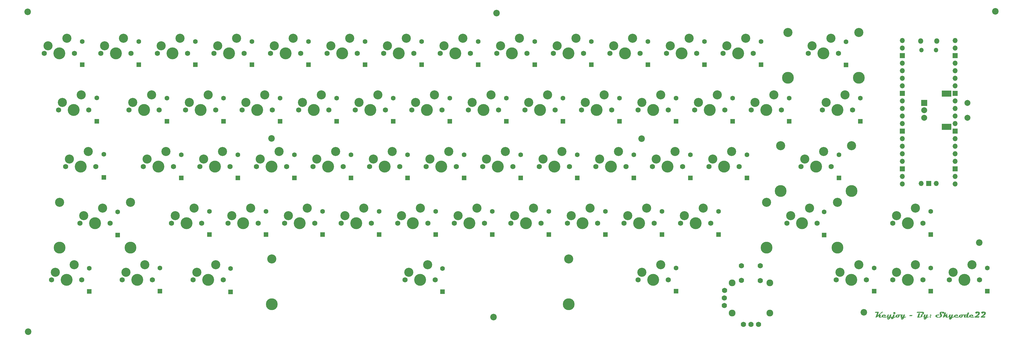
<source format=gbr>
G04 #@! TF.GenerationSoftware,KiCad,Pcbnew,7.0.6*
G04 #@! TF.CreationDate,2023-09-10T15:29:38-07:00*
G04 #@! TF.ProjectId,keyjoy,6b65796a-6f79-42e6-9b69-6361645f7063,rev?*
G04 #@! TF.SameCoordinates,Original*
G04 #@! TF.FileFunction,Soldermask,Top*
G04 #@! TF.FilePolarity,Negative*
%FSLAX46Y46*%
G04 Gerber Fmt 4.6, Leading zero omitted, Abs format (unit mm)*
G04 Created by KiCad (PCBNEW 7.0.6) date 2023-09-10 15:29:38*
%MOMM*%
%LPD*%
G01*
G04 APERTURE LIST*
%ADD10C,0.250000*%
%ADD11C,2.200000*%
%ADD12C,1.750000*%
%ADD13C,3.050000*%
%ADD14C,4.000000*%
%ADD15R,1.600000X1.600000*%
%ADD16C,1.600000*%
%ADD17C,3.048000*%
%ADD18C,3.987800*%
%ADD19C,1.778000*%
%ADD20C,2.286000*%
%ADD21R,2.000000X2.000000*%
%ADD22C,2.000000*%
%ADD23R,3.200000X2.000000*%
%ADD24O,1.800000X1.800000*%
%ADD25O,1.500000X1.500000*%
%ADD26O,1.700000X1.700000*%
%ADD27R,1.700000X1.700000*%
G04 APERTURE END LIST*
D10*
G36*
X441112956Y-256273376D02*
G01*
X439989438Y-257273795D01*
X440093974Y-257273795D01*
X440117221Y-257274476D01*
X440138969Y-257276520D01*
X440159216Y-257279926D01*
X440186775Y-257287589D01*
X440210959Y-257298318D01*
X440231769Y-257312113D01*
X440249204Y-257328973D01*
X440263265Y-257348898D01*
X440273951Y-257371889D01*
X440281262Y-257397945D01*
X440285199Y-257427067D01*
X440285949Y-257448184D01*
X440285039Y-257470418D01*
X440282890Y-257489891D01*
X440279477Y-257510222D01*
X440274799Y-257531412D01*
X440268858Y-257553461D01*
X440261652Y-257576368D01*
X440260060Y-257581052D01*
X440114491Y-257992846D01*
X440684554Y-257992846D01*
X440675606Y-258019346D01*
X440664518Y-258044137D01*
X440651289Y-258067218D01*
X440635919Y-258088589D01*
X440618408Y-258108251D01*
X440598756Y-258126203D01*
X440576963Y-258142445D01*
X440553029Y-258156977D01*
X440526954Y-258169800D01*
X440498738Y-258180913D01*
X440468382Y-258190316D01*
X440435884Y-258198010D01*
X440401245Y-258203994D01*
X440364466Y-258208268D01*
X440325545Y-258210833D01*
X440305282Y-258211474D01*
X440284484Y-258211688D01*
X439803814Y-258211688D01*
X439779857Y-258211104D01*
X439757446Y-258209352D01*
X439736580Y-258206432D01*
X439717260Y-258202345D01*
X439691178Y-258194025D01*
X439668574Y-258183077D01*
X439649447Y-258169501D01*
X439633798Y-258153298D01*
X439621626Y-258134468D01*
X439612932Y-258113010D01*
X439607716Y-258088924D01*
X439605977Y-258062211D01*
X439606943Y-258042118D01*
X439609841Y-258021407D01*
X439614671Y-258000078D01*
X439618189Y-257987961D01*
X439801371Y-257430110D01*
X439083786Y-258082727D01*
X439065418Y-258098344D01*
X439046707Y-258112952D01*
X439027652Y-258126554D01*
X439008254Y-258139147D01*
X438988512Y-258150734D01*
X438968427Y-258161312D01*
X438947998Y-258170884D01*
X438927226Y-258179447D01*
X438906111Y-258187004D01*
X438884652Y-258193552D01*
X438862849Y-258199094D01*
X438840703Y-258203627D01*
X438818214Y-258207154D01*
X438795381Y-258209672D01*
X438772205Y-258211184D01*
X438748685Y-258211688D01*
X438518120Y-258211688D01*
X439078413Y-256617270D01*
X438310513Y-256617270D01*
X438520562Y-256273376D01*
X439376389Y-256273376D01*
X439404841Y-256274084D01*
X439431458Y-256276208D01*
X439456239Y-256279748D01*
X439479185Y-256284703D01*
X439500294Y-256291074D01*
X439519569Y-256298861D01*
X439537007Y-256308064D01*
X439559723Y-256324524D01*
X439578309Y-256344169D01*
X439592765Y-256366999D01*
X439603090Y-256393015D01*
X439607679Y-256412129D01*
X439610433Y-256432659D01*
X439611351Y-256454604D01*
X439610683Y-256474468D01*
X439608679Y-256495286D01*
X439605340Y-256517058D01*
X439600665Y-256539784D01*
X439594654Y-256563464D01*
X439588884Y-256583095D01*
X439583995Y-256598219D01*
X439250360Y-257565421D01*
X440684554Y-256273376D01*
X441112956Y-256273376D01*
G37*
G36*
X442394254Y-257992846D02*
G01*
X442388197Y-258012230D01*
X442380835Y-258030816D01*
X442372169Y-258048603D01*
X442362197Y-258065592D01*
X442350920Y-258081782D01*
X442338337Y-258097174D01*
X442324450Y-258111767D01*
X442309257Y-258125561D01*
X442292759Y-258138557D01*
X442274956Y-258150755D01*
X442262362Y-258158443D01*
X442244911Y-258167958D01*
X442226997Y-258176538D01*
X442208618Y-258184181D01*
X442189776Y-258190889D01*
X442170471Y-258196660D01*
X442150701Y-258201496D01*
X442130468Y-258205396D01*
X442109772Y-258208360D01*
X442088611Y-258210388D01*
X442066987Y-258211480D01*
X442052314Y-258211688D01*
X441287345Y-258211688D01*
X441246262Y-258211293D01*
X441206483Y-258210109D01*
X441168009Y-258208137D01*
X441130839Y-258205375D01*
X441094973Y-258201825D01*
X441060411Y-258197485D01*
X441027153Y-258192357D01*
X440995200Y-258186439D01*
X440964551Y-258179732D01*
X440935206Y-258172237D01*
X440907165Y-258163952D01*
X440880429Y-258154878D01*
X440854996Y-258145015D01*
X440830868Y-258134364D01*
X440808045Y-258122923D01*
X440786525Y-258110693D01*
X440766310Y-258097674D01*
X440747398Y-258083866D01*
X440729791Y-258069270D01*
X440713489Y-258053884D01*
X440698490Y-258037709D01*
X440684796Y-258020745D01*
X440672406Y-258002992D01*
X440661320Y-257984450D01*
X440651538Y-257965119D01*
X440643061Y-257944999D01*
X440635888Y-257924090D01*
X440630019Y-257902392D01*
X440625454Y-257879905D01*
X440622193Y-257856629D01*
X440620237Y-257832564D01*
X440619585Y-257807710D01*
X440620476Y-257775724D01*
X440623149Y-257744611D01*
X440627605Y-257714373D01*
X440633843Y-257685008D01*
X440641863Y-257656518D01*
X440651665Y-257628901D01*
X440663249Y-257602158D01*
X440676616Y-257576290D01*
X440691764Y-257551295D01*
X440708695Y-257527174D01*
X440727409Y-257503927D01*
X440747904Y-257481554D01*
X440770182Y-257460055D01*
X440794242Y-257439430D01*
X440820084Y-257419679D01*
X440847708Y-257400801D01*
X440872544Y-257385422D01*
X440897961Y-257371034D01*
X440923957Y-257357639D01*
X440950534Y-257345236D01*
X440977691Y-257333825D01*
X441005428Y-257323407D01*
X441033745Y-257313981D01*
X441062642Y-257305547D01*
X441092119Y-257298105D01*
X441122176Y-257291655D01*
X441152813Y-257286198D01*
X441184030Y-257281733D01*
X441215828Y-257278260D01*
X441248205Y-257275779D01*
X441281163Y-257274291D01*
X441314700Y-257273795D01*
X441514002Y-257273795D01*
X441535635Y-257274011D01*
X441556936Y-257274657D01*
X441577904Y-257275736D01*
X441598541Y-257277245D01*
X441618845Y-257279185D01*
X441638818Y-257281557D01*
X441658459Y-257284360D01*
X441677767Y-257287595D01*
X441706107Y-257293255D01*
X441733701Y-257299885D01*
X441760547Y-257307486D01*
X441786646Y-257316057D01*
X441811998Y-257325598D01*
X441820283Y-257328994D01*
X441841610Y-257338514D01*
X441861629Y-257348633D01*
X441880338Y-257359351D01*
X441897738Y-257370668D01*
X441913830Y-257382584D01*
X441935513Y-257401582D01*
X441954250Y-257421928D01*
X441970042Y-257443622D01*
X441982889Y-257466665D01*
X441992791Y-257491055D01*
X441999748Y-257516794D01*
X442003759Y-257543880D01*
X442004442Y-257553209D01*
X442004359Y-257581156D01*
X442001545Y-257608209D01*
X441996001Y-257634370D01*
X441987727Y-257659638D01*
X441976721Y-257684012D01*
X441962986Y-257707494D01*
X441946519Y-257730083D01*
X441927322Y-257751778D01*
X441913007Y-257765746D01*
X441897479Y-257779317D01*
X441880737Y-257792490D01*
X441862781Y-257805267D01*
X441408001Y-257805267D01*
X441556501Y-257492637D01*
X441266340Y-257492637D01*
X441153988Y-257827738D01*
X441148426Y-257846975D01*
X441144991Y-257866644D01*
X441144219Y-257880494D01*
X441145790Y-257900573D01*
X441152774Y-257924272D01*
X441165345Y-257944460D01*
X441183503Y-257961137D01*
X441200788Y-257971341D01*
X441221215Y-257979570D01*
X441244786Y-257985824D01*
X441271499Y-257990103D01*
X441291053Y-257991858D01*
X441312005Y-257992736D01*
X441323004Y-257992846D01*
X442394254Y-257992846D01*
G37*
G36*
X442863688Y-257992846D02*
G01*
X443142614Y-257992846D01*
X443395161Y-257273795D01*
X443890974Y-257273795D01*
X443638427Y-257992846D01*
X444205558Y-257992846D01*
X444194871Y-258019346D01*
X444183081Y-258044137D01*
X444170187Y-258067218D01*
X444156191Y-258088589D01*
X444141092Y-258108251D01*
X444124890Y-258126203D01*
X444107585Y-258142445D01*
X444089177Y-258156977D01*
X444069666Y-258169800D01*
X444049052Y-258180913D01*
X444027336Y-258190316D01*
X444004516Y-258198010D01*
X443980594Y-258203994D01*
X443955568Y-258208268D01*
X443929440Y-258210833D01*
X443902209Y-258211688D01*
X443567108Y-258211688D01*
X443559616Y-258231493D01*
X443552100Y-258250976D01*
X443544561Y-258270137D01*
X443536997Y-258288975D01*
X443529410Y-258307491D01*
X443521799Y-258325684D01*
X443506505Y-258361103D01*
X443491116Y-258395232D01*
X443475631Y-258428071D01*
X443460051Y-258459621D01*
X443444376Y-258489880D01*
X443428605Y-258518850D01*
X443412739Y-258546529D01*
X443396777Y-258572919D01*
X443380720Y-258598019D01*
X443364567Y-258621828D01*
X443348320Y-258644348D01*
X443331976Y-258665578D01*
X443315538Y-258685519D01*
X443292170Y-258711427D01*
X443268109Y-258735665D01*
X443243352Y-258758230D01*
X443217901Y-258779125D01*
X443191756Y-258798347D01*
X443164916Y-258815899D01*
X443137381Y-258831778D01*
X443109152Y-258845986D01*
X443080229Y-258858523D01*
X443050610Y-258869388D01*
X443020298Y-258878581D01*
X442989290Y-258886103D01*
X442957588Y-258891953D01*
X442925192Y-258896132D01*
X442892101Y-258898640D01*
X442858315Y-258899475D01*
X442837129Y-258899090D01*
X442816557Y-258897934D01*
X442796600Y-258896006D01*
X442767816Y-258891670D01*
X442740414Y-258885599D01*
X442714395Y-258877794D01*
X442689759Y-258868254D01*
X442666505Y-258856980D01*
X442644633Y-258843971D01*
X442624144Y-258829228D01*
X442605037Y-258812750D01*
X442593067Y-258800801D01*
X442578576Y-258784060D01*
X442565510Y-258766443D01*
X442553869Y-258747950D01*
X442543654Y-258728582D01*
X442534864Y-258708337D01*
X442527499Y-258687217D01*
X442521560Y-258665221D01*
X442517047Y-258642349D01*
X442513958Y-258618601D01*
X442512295Y-258593977D01*
X442511979Y-258577075D01*
X442512395Y-258556889D01*
X442512628Y-258553139D01*
X442809955Y-258553139D01*
X442811199Y-258575533D01*
X442814931Y-258596797D01*
X442821152Y-258616932D01*
X442829861Y-258635937D01*
X442841058Y-258653813D01*
X442854743Y-258670559D01*
X442870916Y-258686175D01*
X442889578Y-258700662D01*
X443055663Y-258242951D01*
X443033269Y-258244569D01*
X443011272Y-258249423D01*
X442989672Y-258257514D01*
X442968468Y-258268840D01*
X442947662Y-258283403D01*
X442932318Y-258296449D01*
X442917197Y-258311316D01*
X442902299Y-258328002D01*
X442887624Y-258346510D01*
X442873744Y-258365923D01*
X442861229Y-258385327D01*
X442850079Y-258404723D01*
X442840294Y-258424110D01*
X442831875Y-258443489D01*
X442824821Y-258462859D01*
X442819133Y-258482220D01*
X442814809Y-258501573D01*
X442811851Y-258520918D01*
X442810031Y-258546697D01*
X442809955Y-258553139D01*
X442512628Y-258553139D01*
X442513644Y-258536815D01*
X442515727Y-258516852D01*
X442518642Y-258497001D01*
X442522390Y-258477262D01*
X442526971Y-258457634D01*
X442532385Y-258438118D01*
X442538632Y-258418714D01*
X442545711Y-258399421D01*
X442553624Y-258380240D01*
X442559362Y-258367514D01*
X442568504Y-258348880D01*
X442578161Y-258331078D01*
X442588333Y-258314110D01*
X442602698Y-258292780D01*
X442617978Y-258272932D01*
X442634174Y-258254564D01*
X442651287Y-258237677D01*
X442669315Y-258222271D01*
X442683437Y-258211688D01*
X442578901Y-258211688D01*
X442556782Y-258210817D01*
X442535609Y-258208207D01*
X442515383Y-258203856D01*
X442496103Y-258197766D01*
X442477769Y-258189935D01*
X442460382Y-258180363D01*
X442443942Y-258169052D01*
X442428448Y-258156000D01*
X442414480Y-258141643D01*
X442399639Y-258122474D01*
X442387709Y-258101944D01*
X442378688Y-258080055D01*
X442372577Y-258056807D01*
X442369783Y-258037229D01*
X442368852Y-258016782D01*
X442369934Y-257994959D01*
X442372712Y-257975366D01*
X442377200Y-257955590D01*
X442382530Y-257938136D01*
X442621888Y-257273795D01*
X443120632Y-257273795D01*
X442863688Y-257992846D01*
G37*
G36*
X444786856Y-257992846D02*
G01*
X445374505Y-257992846D01*
X445365500Y-258019346D01*
X445354607Y-258044137D01*
X445341824Y-258067218D01*
X445327152Y-258088589D01*
X445310591Y-258108251D01*
X445292141Y-258126203D01*
X445271803Y-258142445D01*
X445249575Y-258156977D01*
X445225457Y-258169800D01*
X445199451Y-258180913D01*
X445171556Y-258190316D01*
X445141772Y-258198010D01*
X445110099Y-258203994D01*
X445076536Y-258208268D01*
X445041085Y-258210833D01*
X445003744Y-258211688D01*
X444714072Y-258211688D01*
X444646661Y-258409036D01*
X444637710Y-258430708D01*
X444628076Y-258451763D01*
X444617758Y-258472199D01*
X444606758Y-258492017D01*
X444595074Y-258511217D01*
X444582708Y-258529799D01*
X444569658Y-258547762D01*
X444555925Y-258565107D01*
X444541509Y-258581834D01*
X444526410Y-258597942D01*
X444510627Y-258613433D01*
X444494162Y-258628305D01*
X444477013Y-258642559D01*
X444459182Y-258656194D01*
X444440667Y-258669212D01*
X444421469Y-258681611D01*
X444402329Y-258692850D01*
X444382764Y-258703364D01*
X444362776Y-258713152D01*
X444342365Y-258722216D01*
X444321530Y-258730555D01*
X444300271Y-258738168D01*
X444278589Y-258745057D01*
X444256483Y-258751220D01*
X444233954Y-258756658D01*
X444211001Y-258761371D01*
X444187624Y-258765359D01*
X444163823Y-258768622D01*
X444139600Y-258771160D01*
X444114952Y-258772973D01*
X444089881Y-258774060D01*
X444064386Y-258774423D01*
X444039008Y-258773478D01*
X444014532Y-258770645D01*
X443990957Y-258765922D01*
X443968284Y-258759310D01*
X443946513Y-258750810D01*
X443925643Y-258740420D01*
X443905675Y-258728141D01*
X443886608Y-258713973D01*
X443868443Y-258697916D01*
X443851179Y-258679970D01*
X443840171Y-258666956D01*
X443825942Y-258647932D01*
X443813112Y-258628230D01*
X443801681Y-258607850D01*
X443791651Y-258586791D01*
X443783020Y-258565054D01*
X443775788Y-258542638D01*
X443769957Y-258519545D01*
X443765524Y-258495772D01*
X443762492Y-258471322D01*
X443760984Y-258448115D01*
X444029704Y-258448115D01*
X444030543Y-258471356D01*
X444033062Y-258492964D01*
X444037260Y-258512938D01*
X444044869Y-258535609D01*
X444055101Y-258555728D01*
X444067957Y-258573295D01*
X444083437Y-258588310D01*
X444217771Y-258211688D01*
X444196712Y-258215931D01*
X444176768Y-258221824D01*
X444157939Y-258229365D01*
X444140224Y-258238554D01*
X444123623Y-258249392D01*
X444108136Y-258261879D01*
X444093764Y-258276015D01*
X444080506Y-258291799D01*
X444068599Y-258308881D01*
X444058280Y-258326665D01*
X444049548Y-258345151D01*
X444042404Y-258364339D01*
X444036848Y-258384230D01*
X444032879Y-258404823D01*
X444030497Y-258426117D01*
X444029704Y-258448115D01*
X443760984Y-258448115D01*
X443760859Y-258446193D01*
X443760548Y-258429064D01*
X443761155Y-258403462D01*
X443762975Y-258378559D01*
X443766009Y-258354354D01*
X443770257Y-258330847D01*
X443775718Y-258308039D01*
X443782392Y-258285930D01*
X443790281Y-258264518D01*
X443799383Y-258243805D01*
X443809698Y-258223791D01*
X443821227Y-258204475D01*
X443833970Y-258185857D01*
X443847926Y-258167938D01*
X443863096Y-258150716D01*
X443879479Y-258134194D01*
X443897076Y-258118370D01*
X443915886Y-258103244D01*
X443934222Y-258089875D01*
X443953202Y-258077369D01*
X443972827Y-258065726D01*
X443993098Y-258054945D01*
X444014013Y-258045026D01*
X444035573Y-258035970D01*
X444057778Y-258027776D01*
X444080628Y-258020445D01*
X444104123Y-258013977D01*
X444128263Y-258008371D01*
X444153048Y-258003627D01*
X444178478Y-257999746D01*
X444204553Y-257996727D01*
X444231273Y-257994571D01*
X444258637Y-257993277D01*
X444286647Y-257992846D01*
X444542125Y-257273795D01*
X445039404Y-257273795D01*
X444786856Y-257992846D01*
G37*
G36*
X444913267Y-256399274D02*
G01*
X444940239Y-256401812D01*
X444966447Y-256406041D01*
X444991891Y-256411961D01*
X445016570Y-256419573D01*
X445040485Y-256428877D01*
X445063637Y-256439872D01*
X445086023Y-256452559D01*
X445107646Y-256466937D01*
X445128505Y-256483007D01*
X445141986Y-256494660D01*
X445161016Y-256512964D01*
X445178175Y-256531972D01*
X445193463Y-256551684D01*
X445206878Y-256572101D01*
X445218421Y-256593221D01*
X445228093Y-256615045D01*
X445235892Y-256637574D01*
X445241820Y-256660806D01*
X445245876Y-256684743D01*
X445248059Y-256709384D01*
X445248475Y-256726203D01*
X445247540Y-256751492D01*
X445244732Y-256776068D01*
X445240052Y-256799932D01*
X445233500Y-256823083D01*
X445225077Y-256845521D01*
X445214781Y-256867247D01*
X445202614Y-256888260D01*
X445188575Y-256908560D01*
X445172664Y-256928148D01*
X445154881Y-256947023D01*
X445141986Y-256959210D01*
X445121637Y-256976321D01*
X445100523Y-256991748D01*
X445078646Y-257005492D01*
X445056004Y-257017554D01*
X445032599Y-257027932D01*
X445008429Y-257036628D01*
X444983494Y-257043640D01*
X444957796Y-257048969D01*
X444931333Y-257052616D01*
X444904106Y-257054579D01*
X444885531Y-257054953D01*
X444857358Y-257054112D01*
X444829992Y-257051587D01*
X444803433Y-257047380D01*
X444777682Y-257041489D01*
X444752738Y-257033916D01*
X444728601Y-257024660D01*
X444705271Y-257013720D01*
X444682748Y-257001098D01*
X444661032Y-256986792D01*
X444640124Y-256970804D01*
X444626633Y-256959210D01*
X444607602Y-256940810D01*
X444590443Y-256921698D01*
X444575156Y-256901873D01*
X444561741Y-256881335D01*
X444550198Y-256860084D01*
X444540526Y-256838121D01*
X444532727Y-256815445D01*
X444526799Y-256792056D01*
X444522743Y-256767955D01*
X444520559Y-256743141D01*
X444520143Y-256726203D01*
X444521079Y-256701092D01*
X444523887Y-256676686D01*
X444528567Y-256652984D01*
X444535118Y-256629986D01*
X444543542Y-256607692D01*
X444553837Y-256586103D01*
X444566005Y-256565217D01*
X444580044Y-256545035D01*
X444595955Y-256525558D01*
X444613738Y-256506785D01*
X444626633Y-256494660D01*
X444647004Y-256477463D01*
X444668181Y-256461957D01*
X444690166Y-256448142D01*
X444712958Y-256436019D01*
X444736557Y-256425588D01*
X444760963Y-256416848D01*
X444786176Y-256409800D01*
X444812197Y-256404443D01*
X444839024Y-256400778D01*
X444866659Y-256398805D01*
X444885531Y-256398429D01*
X444913267Y-256399274D01*
G37*
G36*
X447693406Y-257300295D02*
G01*
X447683935Y-257325086D01*
X447672752Y-257348167D01*
X447659855Y-257369538D01*
X447645244Y-257389200D01*
X447628920Y-257407152D01*
X447610882Y-257423394D01*
X447591131Y-257437926D01*
X447569666Y-257450749D01*
X447546488Y-257461862D01*
X447521596Y-257471265D01*
X447494991Y-257478959D01*
X447466672Y-257484943D01*
X447436639Y-257489217D01*
X447404894Y-257491782D01*
X447371434Y-257492637D01*
X446511211Y-257492637D01*
X446527663Y-257505980D01*
X446542947Y-257522930D01*
X446554792Y-257539810D01*
X446565826Y-257559195D01*
X446576049Y-257581083D01*
X446583643Y-257600398D01*
X446585461Y-257605477D01*
X446592132Y-257625543D01*
X446597734Y-257644953D01*
X446603234Y-257668292D01*
X446607065Y-257690605D01*
X446609226Y-257711893D01*
X446609717Y-257732155D01*
X446608908Y-257747626D01*
X446605888Y-257776420D01*
X446601588Y-257804428D01*
X446596011Y-257831649D01*
X446589155Y-257858085D01*
X446581021Y-257883734D01*
X446571608Y-257908597D01*
X446560916Y-257932674D01*
X446548946Y-257955965D01*
X446535698Y-257978470D01*
X446521171Y-258000188D01*
X446505366Y-258021121D01*
X446488283Y-258041267D01*
X446469921Y-258060627D01*
X446450280Y-258079201D01*
X446429361Y-258096989D01*
X446407164Y-258113990D01*
X446384899Y-258129435D01*
X446361826Y-258143895D01*
X446337944Y-258157370D01*
X446313252Y-258169861D01*
X446287752Y-258181367D01*
X446261442Y-258191889D01*
X446234324Y-258201425D01*
X446206396Y-258209978D01*
X446177659Y-258217546D01*
X446148113Y-258224129D01*
X446117759Y-258229727D01*
X446086595Y-258234341D01*
X446054622Y-258237970D01*
X446021840Y-258240615D01*
X445988249Y-258242275D01*
X445953849Y-258242951D01*
X445933723Y-258243002D01*
X445913890Y-258242788D01*
X445894350Y-258242311D01*
X445856149Y-258240563D01*
X445819120Y-258237758D01*
X445783262Y-258233896D01*
X445748576Y-258228977D01*
X445715061Y-258223000D01*
X445682718Y-258215967D01*
X445651546Y-258207876D01*
X445621546Y-258198729D01*
X445592718Y-258188524D01*
X445565061Y-258177262D01*
X445538576Y-258164943D01*
X445513263Y-258151567D01*
X445489121Y-258137134D01*
X445466151Y-258121643D01*
X445455105Y-258113502D01*
X445436294Y-258098561D01*
X445418697Y-258083048D01*
X445402314Y-258066962D01*
X445387144Y-258050304D01*
X445373188Y-258033073D01*
X445360446Y-258015270D01*
X445348917Y-257996895D01*
X445338601Y-257977947D01*
X445329499Y-257958427D01*
X445321611Y-257938334D01*
X445314936Y-257917669D01*
X445311406Y-257903942D01*
X445755524Y-257903942D01*
X445757456Y-257925417D01*
X445763252Y-257944780D01*
X445772912Y-257962030D01*
X445786436Y-257977169D01*
X445803824Y-257990195D01*
X445825076Y-258001108D01*
X445850192Y-258009910D01*
X445879172Y-258016599D01*
X445900638Y-258019884D01*
X445923822Y-258022231D01*
X445948724Y-258023640D01*
X445975342Y-258024109D01*
X445995565Y-258023867D01*
X446015894Y-258022987D01*
X446020771Y-258022644D01*
X446203465Y-257492637D01*
X445888880Y-257492637D01*
X445765293Y-257850697D01*
X445759731Y-257869550D01*
X445756296Y-257889460D01*
X445755524Y-257903942D01*
X445311406Y-257903942D01*
X445309475Y-257896431D01*
X445305228Y-257874621D01*
X445302194Y-257852238D01*
X445300373Y-257829283D01*
X445299766Y-257805756D01*
X445300307Y-257784598D01*
X445301930Y-257763441D01*
X445304635Y-257742283D01*
X445306605Y-257730529D01*
X445311589Y-257704624D01*
X445317627Y-257679421D01*
X445324717Y-257654921D01*
X445332861Y-257631122D01*
X445342059Y-257608026D01*
X445352309Y-257585632D01*
X445363613Y-257563940D01*
X445375970Y-257542951D01*
X445389381Y-257522663D01*
X445403844Y-257503078D01*
X445419361Y-257484195D01*
X445435932Y-257466014D01*
X445453555Y-257448535D01*
X445472232Y-257431759D01*
X445491963Y-257415685D01*
X445512746Y-257400313D01*
X445535873Y-257384992D01*
X445559946Y-257370660D01*
X445584966Y-257357316D01*
X445610932Y-257344961D01*
X445637844Y-257333594D01*
X445665703Y-257323216D01*
X445694509Y-257313826D01*
X445724261Y-257305424D01*
X445754959Y-257298011D01*
X445786604Y-257291587D01*
X445819195Y-257286150D01*
X445852732Y-257281702D01*
X445887216Y-257278243D01*
X445922647Y-257275772D01*
X445959024Y-257274289D01*
X445996347Y-257273795D01*
X447701162Y-257273795D01*
X447693406Y-257300295D01*
G37*
G36*
X447474993Y-257992846D02*
G01*
X447753919Y-257992846D01*
X448006466Y-257273795D01*
X448502279Y-257273795D01*
X448249732Y-257992846D01*
X448816863Y-257992846D01*
X448806176Y-258019346D01*
X448794385Y-258044137D01*
X448781492Y-258067218D01*
X448767496Y-258088589D01*
X448752397Y-258108251D01*
X448736195Y-258126203D01*
X448718890Y-258142445D01*
X448700482Y-258156977D01*
X448680971Y-258169800D01*
X448660357Y-258180913D01*
X448638641Y-258190316D01*
X448615821Y-258198010D01*
X448591899Y-258203994D01*
X448566873Y-258208268D01*
X448540745Y-258210833D01*
X448513514Y-258211688D01*
X448178413Y-258211688D01*
X448170921Y-258231493D01*
X448163405Y-258250976D01*
X448155865Y-258270137D01*
X448148302Y-258288975D01*
X448140715Y-258307491D01*
X448133104Y-258325684D01*
X448117810Y-258361103D01*
X448102421Y-258395232D01*
X448086936Y-258428071D01*
X448071356Y-258459621D01*
X448055681Y-258489880D01*
X448039910Y-258518850D01*
X448024044Y-258546529D01*
X448008082Y-258572919D01*
X447992025Y-258598019D01*
X447975872Y-258621828D01*
X447959624Y-258644348D01*
X447943281Y-258665578D01*
X447926843Y-258685519D01*
X447903475Y-258711427D01*
X447879414Y-258735665D01*
X447854657Y-258758230D01*
X447829206Y-258779125D01*
X447803061Y-258798347D01*
X447776221Y-258815899D01*
X447748686Y-258831778D01*
X447720457Y-258845986D01*
X447691534Y-258858523D01*
X447661915Y-258869388D01*
X447631603Y-258878581D01*
X447600595Y-258886103D01*
X447568893Y-258891953D01*
X447536497Y-258896132D01*
X447503406Y-258898640D01*
X447469620Y-258899475D01*
X447448434Y-258899090D01*
X447427862Y-258897934D01*
X447407905Y-258896006D01*
X447379121Y-258891670D01*
X447351719Y-258885599D01*
X447325700Y-258877794D01*
X447301064Y-258868254D01*
X447277810Y-258856980D01*
X447255938Y-258843971D01*
X447235449Y-258829228D01*
X447216342Y-258812750D01*
X447204372Y-258800801D01*
X447189881Y-258784060D01*
X447176815Y-258766443D01*
X447165174Y-258747950D01*
X447154959Y-258728582D01*
X447146169Y-258708337D01*
X447138804Y-258687217D01*
X447132865Y-258665221D01*
X447128352Y-258642349D01*
X447125263Y-258618601D01*
X447123600Y-258593977D01*
X447123284Y-258577075D01*
X447123700Y-258556889D01*
X447123933Y-258553139D01*
X447421260Y-258553139D01*
X447422504Y-258575533D01*
X447426236Y-258596797D01*
X447432457Y-258616932D01*
X447441166Y-258635937D01*
X447452363Y-258653813D01*
X447466048Y-258670559D01*
X447482221Y-258686175D01*
X447500883Y-258700662D01*
X447666968Y-258242951D01*
X447644574Y-258244569D01*
X447622577Y-258249423D01*
X447600977Y-258257514D01*
X447579773Y-258268840D01*
X447558967Y-258283403D01*
X447543623Y-258296449D01*
X447528502Y-258311316D01*
X447513604Y-258328002D01*
X447498929Y-258346510D01*
X447485049Y-258365923D01*
X447472534Y-258385327D01*
X447461384Y-258404723D01*
X447451599Y-258424110D01*
X447443180Y-258443489D01*
X447436126Y-258462859D01*
X447430438Y-258482220D01*
X447426114Y-258501573D01*
X447423156Y-258520918D01*
X447421336Y-258546697D01*
X447421260Y-258553139D01*
X447123933Y-258553139D01*
X447124949Y-258536815D01*
X447127032Y-258516852D01*
X447129947Y-258497001D01*
X447133695Y-258477262D01*
X447138276Y-258457634D01*
X447143690Y-258438118D01*
X447149937Y-258418714D01*
X447157016Y-258399421D01*
X447164929Y-258380240D01*
X447170667Y-258367514D01*
X447179809Y-258348880D01*
X447189466Y-258331078D01*
X447199638Y-258314110D01*
X447214003Y-258292780D01*
X447229283Y-258272932D01*
X447245479Y-258254564D01*
X447262592Y-258237677D01*
X447280620Y-258222271D01*
X447294742Y-258211688D01*
X447190206Y-258211688D01*
X447168087Y-258210817D01*
X447146914Y-258208207D01*
X447126688Y-258203856D01*
X447107408Y-258197766D01*
X447089074Y-258189935D01*
X447071687Y-258180363D01*
X447055247Y-258169052D01*
X447039752Y-258156000D01*
X447025785Y-258141643D01*
X447010944Y-258122474D01*
X446999014Y-258101944D01*
X446989993Y-258080055D01*
X446983882Y-258056807D01*
X446981088Y-258037229D01*
X446980157Y-258016782D01*
X446981239Y-257994959D01*
X446984017Y-257975366D01*
X446988505Y-257955590D01*
X446993835Y-257938136D01*
X447233193Y-257273795D01*
X447731937Y-257273795D01*
X447474993Y-257992846D01*
G37*
G36*
X450981832Y-257398847D02*
G01*
X450861176Y-257742741D01*
X449935007Y-257742741D01*
X450055663Y-257398847D01*
X450981832Y-257398847D01*
G37*
G36*
X454873598Y-256707152D02*
G01*
X454872766Y-256732389D01*
X454870270Y-256757420D01*
X454866110Y-256782245D01*
X454860286Y-256806864D01*
X454852799Y-256831277D01*
X454843647Y-256855483D01*
X454832832Y-256879484D01*
X454820353Y-256903279D01*
X454806209Y-256926867D01*
X454790402Y-256950250D01*
X454772931Y-256973426D01*
X454753796Y-256996396D01*
X454732998Y-257019160D01*
X454710535Y-257041718D01*
X454686408Y-257064071D01*
X454660618Y-257086216D01*
X454644160Y-257099553D01*
X454626660Y-257113060D01*
X454608119Y-257126740D01*
X454588536Y-257140591D01*
X454567910Y-257154614D01*
X454546243Y-257168809D01*
X454523535Y-257183175D01*
X454499784Y-257197713D01*
X454474991Y-257212423D01*
X454449157Y-257227305D01*
X454422281Y-257242358D01*
X454394363Y-257257583D01*
X454365403Y-257272980D01*
X454335401Y-257288549D01*
X454304357Y-257304289D01*
X454272272Y-257320201D01*
X454285049Y-257342965D01*
X454297001Y-257365462D01*
X454308130Y-257387692D01*
X454318434Y-257409655D01*
X454327913Y-257431351D01*
X454336569Y-257452779D01*
X454344400Y-257473941D01*
X454351406Y-257494835D01*
X454357589Y-257515462D01*
X454362947Y-257535822D01*
X454367481Y-257555915D01*
X454371190Y-257575740D01*
X454374075Y-257595299D01*
X454376857Y-257624136D01*
X454377785Y-257652371D01*
X454376239Y-257690155D01*
X454371602Y-257726690D01*
X454363874Y-257761977D01*
X454353055Y-257796017D01*
X454339145Y-257828808D01*
X454322143Y-257860352D01*
X454302050Y-257890647D01*
X454278866Y-257919695D01*
X454252591Y-257947495D01*
X454238294Y-257960927D01*
X454223225Y-257974047D01*
X454207382Y-257986855D01*
X454190767Y-257999351D01*
X454173379Y-258011535D01*
X454155218Y-258023407D01*
X454136285Y-258034967D01*
X454116578Y-258046215D01*
X454096099Y-258057151D01*
X454074847Y-258067775D01*
X454052822Y-258078087D01*
X454030025Y-258088087D01*
X454006454Y-258097775D01*
X453982111Y-258107152D01*
X453946391Y-258119810D01*
X453909937Y-258131652D01*
X453872751Y-258142677D01*
X453853884Y-258147884D01*
X453834833Y-258152886D01*
X453815599Y-258157684D01*
X453796181Y-258162278D01*
X453776581Y-258166668D01*
X453756797Y-258170853D01*
X453736830Y-258174834D01*
X453716680Y-258178612D01*
X453696347Y-258182185D01*
X453675831Y-258185554D01*
X453655131Y-258188718D01*
X453634248Y-258191679D01*
X453613182Y-258194435D01*
X453591933Y-258196987D01*
X453570501Y-258199335D01*
X453548885Y-258201479D01*
X453527087Y-258203419D01*
X453505105Y-258205154D01*
X453482940Y-258206685D01*
X453460592Y-258208012D01*
X453438060Y-258209135D01*
X453415346Y-258210054D01*
X453392448Y-258210769D01*
X453369367Y-258211279D01*
X453346103Y-258211585D01*
X453322655Y-258211688D01*
X452608489Y-258211688D01*
X453104302Y-256804849D01*
X453598650Y-256804849D01*
X453177087Y-257992846D01*
X453246940Y-257992846D01*
X453276694Y-257992630D01*
X453305871Y-257991983D01*
X453334473Y-257990905D01*
X453362498Y-257989396D01*
X453389946Y-257987455D01*
X453416819Y-257985084D01*
X453443115Y-257982280D01*
X453468835Y-257979046D01*
X453493978Y-257975381D01*
X453518546Y-257971284D01*
X453542537Y-257966756D01*
X453565952Y-257961797D01*
X453588791Y-257956406D01*
X453611053Y-257950584D01*
X453632739Y-257944331D01*
X453653849Y-257937647D01*
X453683603Y-257926669D01*
X453711437Y-257914864D01*
X453737351Y-257902230D01*
X453761346Y-257888768D01*
X453783422Y-257874478D01*
X453803577Y-257859360D01*
X453821813Y-257843413D01*
X453838130Y-257826639D01*
X453852527Y-257809036D01*
X453865004Y-257790605D01*
X453875562Y-257771346D01*
X453884200Y-257751259D01*
X453890919Y-257730344D01*
X453895718Y-257708601D01*
X453898597Y-257686029D01*
X453899557Y-257662630D01*
X453898209Y-257643104D01*
X453894167Y-257622387D01*
X453887428Y-257600476D01*
X453880097Y-257582090D01*
X453871041Y-257562939D01*
X453860260Y-257543026D01*
X453847754Y-257522349D01*
X453844358Y-257517061D01*
X453831535Y-257496537D01*
X453820422Y-257477463D01*
X453811019Y-257459839D01*
X453801669Y-257439849D01*
X453793975Y-257418852D01*
X453789862Y-257398479D01*
X453789648Y-257393474D01*
X453790793Y-257373438D01*
X453792579Y-257365630D01*
X453803441Y-257346761D01*
X453818930Y-257328011D01*
X453834653Y-257313097D01*
X453853338Y-257298259D01*
X453874984Y-257283498D01*
X453893162Y-257272477D01*
X453913006Y-257261499D01*
X453934515Y-257250564D01*
X453942055Y-257246928D01*
X453962829Y-257236779D01*
X453982897Y-257226725D01*
X454002259Y-257216766D01*
X454020915Y-257206903D01*
X454038865Y-257197135D01*
X454056109Y-257187463D01*
X454080651Y-257173133D01*
X454103605Y-257159018D01*
X454124970Y-257145118D01*
X454144746Y-257131432D01*
X454162934Y-257117961D01*
X454179534Y-257104704D01*
X454189718Y-257095986D01*
X454205689Y-257081496D01*
X454220630Y-257066723D01*
X454234540Y-257051668D01*
X454247420Y-257036330D01*
X454259270Y-257020710D01*
X454275112Y-256996750D01*
X454288636Y-256972155D01*
X454299842Y-256946925D01*
X454308729Y-256921059D01*
X454315298Y-256894557D01*
X454319548Y-256867421D01*
X454321480Y-256839649D01*
X454321609Y-256830250D01*
X454320347Y-256804459D01*
X454316564Y-256780333D01*
X454310257Y-256757870D01*
X454301428Y-256737071D01*
X454290077Y-256717936D01*
X454276202Y-256700465D01*
X454259806Y-256684658D01*
X454240886Y-256670515D01*
X454219445Y-256658036D01*
X454195480Y-256647220D01*
X454168993Y-256638069D01*
X454139984Y-256630581D01*
X454108452Y-256624758D01*
X454074397Y-256620598D01*
X454037820Y-256618102D01*
X453998720Y-256617270D01*
X452391113Y-256617270D01*
X452602628Y-256273376D01*
X454205838Y-256273376D01*
X454225436Y-256273460D01*
X454263706Y-256274128D01*
X454300739Y-256275463D01*
X454336536Y-256277467D01*
X454371097Y-256280138D01*
X454404420Y-256283478D01*
X454436508Y-256287485D01*
X454467359Y-256292160D01*
X454496973Y-256297502D01*
X454525351Y-256303513D01*
X454552493Y-256310192D01*
X454578398Y-256317538D01*
X454603066Y-256325552D01*
X454626498Y-256334234D01*
X454648694Y-256343584D01*
X454669653Y-256353602D01*
X454679669Y-256358861D01*
X454703152Y-256372472D01*
X454725121Y-256387171D01*
X454745574Y-256402957D01*
X454764513Y-256419830D01*
X454781936Y-256437792D01*
X454797844Y-256456841D01*
X454812237Y-256476977D01*
X454825115Y-256498202D01*
X454836478Y-256520514D01*
X454846326Y-256543913D01*
X454854659Y-256568401D01*
X454861477Y-256593976D01*
X454866780Y-256620638D01*
X454870567Y-256648388D01*
X454872840Y-256677226D01*
X454873598Y-256707152D01*
G37*
G36*
X455153988Y-257992846D02*
G01*
X455432914Y-257992846D01*
X455685461Y-257273795D01*
X456181274Y-257273795D01*
X455928727Y-257992846D01*
X456495859Y-257992846D01*
X456485171Y-258019346D01*
X456473381Y-258044137D01*
X456460487Y-258067218D01*
X456446491Y-258088589D01*
X456431392Y-258108251D01*
X456415190Y-258126203D01*
X456397885Y-258142445D01*
X456379477Y-258156977D01*
X456359966Y-258169800D01*
X456339352Y-258180913D01*
X456317636Y-258190316D01*
X456294816Y-258198010D01*
X456270894Y-258203994D01*
X456245868Y-258208268D01*
X456219740Y-258210833D01*
X456192509Y-258211688D01*
X455857408Y-258211688D01*
X455849916Y-258231493D01*
X455842400Y-258250976D01*
X455834861Y-258270137D01*
X455827297Y-258288975D01*
X455819710Y-258307491D01*
X455812099Y-258325684D01*
X455796805Y-258361103D01*
X455781416Y-258395232D01*
X455765931Y-258428071D01*
X455750351Y-258459621D01*
X455734676Y-258489880D01*
X455718905Y-258518850D01*
X455703039Y-258546529D01*
X455687077Y-258572919D01*
X455671020Y-258598019D01*
X455654867Y-258621828D01*
X455638620Y-258644348D01*
X455622276Y-258665578D01*
X455605838Y-258685519D01*
X455582470Y-258711427D01*
X455558409Y-258735665D01*
X455533652Y-258758230D01*
X455508202Y-258779125D01*
X455482056Y-258798347D01*
X455455216Y-258815899D01*
X455427682Y-258831778D01*
X455399452Y-258845986D01*
X455370529Y-258858523D01*
X455340910Y-258869388D01*
X455310598Y-258878581D01*
X455279590Y-258886103D01*
X455247888Y-258891953D01*
X455215492Y-258896132D01*
X455182401Y-258898640D01*
X455148615Y-258899475D01*
X455127429Y-258899090D01*
X455106857Y-258897934D01*
X455086900Y-258896006D01*
X455058116Y-258891670D01*
X455030714Y-258885599D01*
X455004695Y-258877794D01*
X454980059Y-258868254D01*
X454956805Y-258856980D01*
X454934933Y-258843971D01*
X454914444Y-258829228D01*
X454895337Y-258812750D01*
X454883367Y-258800801D01*
X454868876Y-258784060D01*
X454855810Y-258766443D01*
X454844169Y-258747950D01*
X454833954Y-258728582D01*
X454825164Y-258708337D01*
X454817800Y-258687217D01*
X454811860Y-258665221D01*
X454807347Y-258642349D01*
X454804258Y-258618601D01*
X454802595Y-258593977D01*
X454802279Y-258577075D01*
X454802695Y-258556889D01*
X454802928Y-258553139D01*
X455100255Y-258553139D01*
X455101499Y-258575533D01*
X455105231Y-258596797D01*
X455111452Y-258616932D01*
X455120161Y-258635937D01*
X455131358Y-258653813D01*
X455145043Y-258670559D01*
X455161216Y-258686175D01*
X455179878Y-258700662D01*
X455345963Y-258242951D01*
X455323569Y-258244569D01*
X455301572Y-258249423D01*
X455279972Y-258257514D01*
X455258769Y-258268840D01*
X455237962Y-258283403D01*
X455222618Y-258296449D01*
X455207497Y-258311316D01*
X455192599Y-258328002D01*
X455177924Y-258346510D01*
X455164044Y-258365923D01*
X455151529Y-258385327D01*
X455140379Y-258404723D01*
X455130594Y-258424110D01*
X455122175Y-258443489D01*
X455115121Y-258462859D01*
X455109433Y-258482220D01*
X455105109Y-258501573D01*
X455102151Y-258520918D01*
X455100331Y-258546697D01*
X455100255Y-258553139D01*
X454802928Y-258553139D01*
X454803944Y-258536815D01*
X454806027Y-258516852D01*
X454808942Y-258497001D01*
X454812690Y-258477262D01*
X454817271Y-258457634D01*
X454822685Y-258438118D01*
X454828932Y-258418714D01*
X454836011Y-258399421D01*
X454843924Y-258380240D01*
X454849662Y-258367514D01*
X454858804Y-258348880D01*
X454868461Y-258331078D01*
X454878633Y-258314110D01*
X454892998Y-258292780D01*
X454908278Y-258272932D01*
X454924474Y-258254564D01*
X454941587Y-258237677D01*
X454959615Y-258222271D01*
X454973737Y-258211688D01*
X454869201Y-258211688D01*
X454847082Y-258210817D01*
X454825909Y-258208207D01*
X454805683Y-258203856D01*
X454786403Y-258197766D01*
X454768069Y-258189935D01*
X454750682Y-258180363D01*
X454734242Y-258169052D01*
X454718748Y-258156000D01*
X454704780Y-258141643D01*
X454689939Y-258122474D01*
X454678009Y-258101944D01*
X454668988Y-258080055D01*
X454662877Y-258056807D01*
X454660084Y-258037229D01*
X454659152Y-258016782D01*
X454660234Y-257994959D01*
X454663013Y-257975366D01*
X454667500Y-257955590D01*
X454672830Y-257938136D01*
X454912188Y-257273795D01*
X455410932Y-257273795D01*
X455153988Y-257992846D01*
G37*
G36*
X457356082Y-257461373D02*
G01*
X457354975Y-257483561D01*
X457351655Y-257504940D01*
X457346121Y-257525510D01*
X457338374Y-257545271D01*
X457328414Y-257564223D01*
X457316240Y-257582365D01*
X457301852Y-257599699D01*
X457285251Y-257616223D01*
X457267086Y-257631221D01*
X457248004Y-257644220D01*
X457228007Y-257655218D01*
X457207094Y-257664217D01*
X457185265Y-257671216D01*
X457162519Y-257676216D01*
X457138858Y-257679215D01*
X457114281Y-257680215D01*
X457090300Y-257679215D01*
X457067204Y-257676216D01*
X457044993Y-257671216D01*
X457023667Y-257664217D01*
X457003227Y-257655218D01*
X456983673Y-257644220D01*
X456965003Y-257631221D01*
X456947219Y-257616223D01*
X456930962Y-257599699D01*
X456916872Y-257582365D01*
X456904950Y-257564223D01*
X456895196Y-257545271D01*
X456887609Y-257525510D01*
X456882190Y-257504940D01*
X456878938Y-257483561D01*
X456877854Y-257461373D01*
X456878946Y-257439193D01*
X456882220Y-257417837D01*
X456887678Y-257397306D01*
X456895318Y-257377598D01*
X456905141Y-257358715D01*
X456917147Y-257340656D01*
X456931336Y-257323422D01*
X456947708Y-257307012D01*
X456965736Y-257291899D01*
X456984650Y-257278802D01*
X457004448Y-257267719D01*
X457025133Y-257258652D01*
X457046703Y-257251599D01*
X457069158Y-257246562D01*
X457092498Y-257243539D01*
X457116724Y-257242532D01*
X457141057Y-257243539D01*
X457164473Y-257246562D01*
X457186974Y-257251599D01*
X457208559Y-257258652D01*
X457229228Y-257267719D01*
X457248981Y-257278802D01*
X457267819Y-257291899D01*
X457285740Y-257307012D01*
X457302226Y-257323422D01*
X457316515Y-257340656D01*
X457328605Y-257358715D01*
X457338496Y-257377598D01*
X457346190Y-257397306D01*
X457351685Y-257417837D01*
X457354983Y-257439193D01*
X457356082Y-257461373D01*
G37*
G36*
X457226633Y-258024109D02*
G01*
X457225534Y-258046297D01*
X457222237Y-258067676D01*
X457216741Y-258088246D01*
X457209048Y-258108006D01*
X457199156Y-258126958D01*
X457187066Y-258145101D01*
X457172778Y-258162434D01*
X457156291Y-258178959D01*
X457138370Y-258193957D01*
X457119533Y-258206955D01*
X457099780Y-258217954D01*
X457079110Y-258226953D01*
X457057526Y-258233952D01*
X457035025Y-258238951D01*
X457011608Y-258241951D01*
X456987275Y-258242951D01*
X456962721Y-258241951D01*
X456939129Y-258238951D01*
X456916498Y-258233952D01*
X456894829Y-258226953D01*
X456874122Y-258217954D01*
X456854377Y-258206955D01*
X456835593Y-258193957D01*
X456817771Y-258178959D01*
X456801513Y-258162434D01*
X456787423Y-258145101D01*
X456775501Y-258126958D01*
X456765747Y-258108006D01*
X456758160Y-258088246D01*
X456752741Y-258067676D01*
X456749489Y-258046297D01*
X456748406Y-258024109D01*
X456749489Y-258001929D01*
X456752741Y-257980573D01*
X456758160Y-257960041D01*
X456765747Y-257940334D01*
X456775501Y-257921451D01*
X456787423Y-257903392D01*
X456801513Y-257886158D01*
X456817771Y-257869748D01*
X456835593Y-257854635D01*
X456854377Y-257841537D01*
X456874122Y-257830455D01*
X456894829Y-257821387D01*
X456916498Y-257814335D01*
X456939129Y-257809297D01*
X456962721Y-257806275D01*
X456987275Y-257805267D01*
X457011608Y-257806275D01*
X457035025Y-257809297D01*
X457057526Y-257814335D01*
X457079110Y-257821387D01*
X457099780Y-257830455D01*
X457119533Y-257841537D01*
X457138370Y-257854635D01*
X457156291Y-257869748D01*
X457172778Y-257886158D01*
X457187066Y-257903392D01*
X457199156Y-257921451D01*
X457209048Y-257940334D01*
X457216741Y-257960041D01*
X457222237Y-257980573D01*
X457225534Y-258001929D01*
X457226633Y-258024109D01*
G37*
G36*
X461699697Y-256603593D02*
G01*
X461698748Y-256628616D01*
X461695901Y-256652943D01*
X461691157Y-256676575D01*
X461684515Y-256699511D01*
X461675976Y-256721752D01*
X461665539Y-256743298D01*
X461653204Y-256764147D01*
X461638972Y-256784302D01*
X461622842Y-256803761D01*
X461604814Y-256822524D01*
X461591741Y-256834646D01*
X461571122Y-256851669D01*
X461549747Y-256867018D01*
X461527616Y-256880692D01*
X461504730Y-256892692D01*
X461481088Y-256903018D01*
X461456690Y-256911669D01*
X461431537Y-256918645D01*
X461405628Y-256923948D01*
X461378964Y-256927575D01*
X461351544Y-256929529D01*
X461332844Y-256929901D01*
X461304924Y-256929077D01*
X461277769Y-256926604D01*
X461251378Y-256922482D01*
X461225751Y-256916712D01*
X461200888Y-256909293D01*
X461176790Y-256900226D01*
X461153456Y-256889509D01*
X461130886Y-256877145D01*
X461109080Y-256863131D01*
X461088038Y-256847469D01*
X461074435Y-256836112D01*
X461055317Y-256818183D01*
X461038079Y-256799567D01*
X461022722Y-256780264D01*
X461009245Y-256760274D01*
X460997649Y-256739598D01*
X460987933Y-256718234D01*
X460980098Y-256696184D01*
X460974143Y-256673446D01*
X460970068Y-256650022D01*
X460967874Y-256625910D01*
X460967457Y-256609454D01*
X460968506Y-256588360D01*
X460970857Y-256568805D01*
X460974551Y-256546869D01*
X460978203Y-256528854D01*
X460956702Y-256527028D01*
X460935612Y-256525375D01*
X460914815Y-256524006D01*
X460900046Y-256523481D01*
X460874728Y-256524156D01*
X460851044Y-256526183D01*
X460828994Y-256529560D01*
X460808577Y-256534289D01*
X460789793Y-256540368D01*
X460764680Y-256552020D01*
X460743242Y-256566712D01*
X460725479Y-256584443D01*
X460711391Y-256605215D01*
X460700978Y-256629025D01*
X460694240Y-256655876D01*
X460691790Y-256675465D01*
X460690974Y-256696405D01*
X460692897Y-256721951D01*
X460696864Y-256745629D01*
X460702995Y-256773179D01*
X460708284Y-256793697D01*
X460714536Y-256815937D01*
X460721748Y-256839898D01*
X460729923Y-256865579D01*
X460739059Y-256892982D01*
X460749157Y-256922106D01*
X460760217Y-256952951D01*
X460772238Y-256985518D01*
X460785221Y-257019805D01*
X460799166Y-257055814D01*
X460806499Y-257074464D01*
X460814072Y-257093544D01*
X460821646Y-257112678D01*
X460828979Y-257131550D01*
X460836071Y-257150161D01*
X460842923Y-257168511D01*
X460855906Y-257204426D01*
X460867928Y-257239296D01*
X460878987Y-257273119D01*
X460889085Y-257305898D01*
X460898221Y-257337630D01*
X460906396Y-257368317D01*
X460913609Y-257397958D01*
X460919860Y-257426554D01*
X460925149Y-257454103D01*
X460929477Y-257480608D01*
X460932843Y-257506066D01*
X460935247Y-257530479D01*
X460936690Y-257553846D01*
X460937170Y-257576168D01*
X460936764Y-257599341D01*
X460935545Y-257622148D01*
X460933513Y-257644590D01*
X460930668Y-257666667D01*
X460927010Y-257688379D01*
X460922539Y-257709725D01*
X460917255Y-257730705D01*
X460911159Y-257751320D01*
X460904249Y-257771570D01*
X460896527Y-257791454D01*
X460887992Y-257810973D01*
X460878644Y-257830127D01*
X460868483Y-257848915D01*
X460857509Y-257867338D01*
X460845723Y-257885395D01*
X460833123Y-257903087D01*
X460819711Y-257920413D01*
X460805485Y-257937374D01*
X460790447Y-257953970D01*
X460774596Y-257970200D01*
X460757932Y-257986065D01*
X460740456Y-258001564D01*
X460722166Y-258016698D01*
X460703064Y-258031467D01*
X460683148Y-258045870D01*
X460662420Y-258059908D01*
X460640879Y-258073580D01*
X460618525Y-258086887D01*
X460595358Y-258099829D01*
X460571379Y-258112405D01*
X460546586Y-258124615D01*
X460520981Y-258136461D01*
X460501460Y-258144936D01*
X460481734Y-258153142D01*
X460461801Y-258161079D01*
X460441663Y-258168747D01*
X460421318Y-258176145D01*
X460400767Y-258183275D01*
X460380011Y-258190136D01*
X460359048Y-258196728D01*
X460337879Y-258203050D01*
X460316504Y-258209104D01*
X460294922Y-258214888D01*
X460273135Y-258220404D01*
X460251142Y-258225650D01*
X460228943Y-258230628D01*
X460206537Y-258235336D01*
X460183926Y-258239775D01*
X460161108Y-258243946D01*
X460138084Y-258247847D01*
X460114854Y-258251479D01*
X460091419Y-258254842D01*
X460067777Y-258257936D01*
X460043929Y-258260761D01*
X460019875Y-258263317D01*
X459995614Y-258265604D01*
X459971148Y-258267622D01*
X459946476Y-258269371D01*
X459921597Y-258270851D01*
X459896513Y-258272061D01*
X459871222Y-258273003D01*
X459845726Y-258273676D01*
X459820023Y-258274079D01*
X459794114Y-258274214D01*
X459770415Y-258274111D01*
X459746885Y-258273803D01*
X459723524Y-258273291D01*
X459700332Y-258272573D01*
X459677309Y-258271650D01*
X459654455Y-258270521D01*
X459631769Y-258269188D01*
X459609253Y-258267650D01*
X459586905Y-258265906D01*
X459564726Y-258263957D01*
X459542716Y-258261804D01*
X459520875Y-258259445D01*
X459499203Y-258256881D01*
X459477699Y-258254111D01*
X459456365Y-258251137D01*
X459435199Y-258247958D01*
X459414202Y-258244573D01*
X459393374Y-258240983D01*
X459372715Y-258237188D01*
X459352225Y-258233189D01*
X459331904Y-258228983D01*
X459311752Y-258224573D01*
X459291768Y-258219958D01*
X459271953Y-258215137D01*
X459252307Y-258210112D01*
X459232831Y-258204881D01*
X459213522Y-258199445D01*
X459194383Y-258193804D01*
X459175413Y-258187958D01*
X459156612Y-258181907D01*
X459137979Y-258175651D01*
X459119515Y-258169189D01*
X459094060Y-258159875D01*
X459069413Y-258150251D01*
X459045574Y-258140317D01*
X459022543Y-258130072D01*
X459000320Y-258119518D01*
X458978906Y-258108653D01*
X458958299Y-258097479D01*
X458938501Y-258085994D01*
X458919510Y-258074199D01*
X458901328Y-258062094D01*
X458883954Y-258049680D01*
X458867388Y-258036955D01*
X458851630Y-258023920D01*
X458836680Y-258010575D01*
X458822538Y-257996919D01*
X458796679Y-257968679D01*
X458774052Y-257939198D01*
X458754658Y-257908477D01*
X458738496Y-257876515D01*
X458725566Y-257843313D01*
X458715869Y-257808871D01*
X458709404Y-257773189D01*
X458706172Y-257736266D01*
X458705768Y-257717340D01*
X458706512Y-257690052D01*
X458708746Y-257663629D01*
X458712470Y-257638074D01*
X458717682Y-257613384D01*
X458724384Y-257589561D01*
X458732575Y-257566604D01*
X458742256Y-257544513D01*
X458753426Y-257523289D01*
X458766085Y-257502931D01*
X458780233Y-257483439D01*
X458795871Y-257464814D01*
X458812998Y-257447055D01*
X458831614Y-257430162D01*
X458851720Y-257414135D01*
X458873315Y-257398975D01*
X458896399Y-257384681D01*
X458920973Y-257371254D01*
X458947036Y-257358692D01*
X458974588Y-257346997D01*
X459003630Y-257336168D01*
X459034160Y-257326206D01*
X459066181Y-257317110D01*
X459099690Y-257308880D01*
X459134689Y-257301517D01*
X459171177Y-257295019D01*
X459209154Y-257289388D01*
X459248621Y-257284624D01*
X459289577Y-257280725D01*
X459332022Y-257277693D01*
X459375957Y-257275528D01*
X459421381Y-257274228D01*
X459468294Y-257273795D01*
X459991951Y-257273795D01*
X460092090Y-257492637D01*
X459684205Y-257492637D01*
X459655706Y-257493100D01*
X459627911Y-257494491D01*
X459600820Y-257496810D01*
X459574433Y-257500055D01*
X459548750Y-257504229D01*
X459523771Y-257509329D01*
X459499497Y-257515357D01*
X459475927Y-257522312D01*
X459453060Y-257530195D01*
X459430898Y-257539005D01*
X459416515Y-257545393D01*
X459398532Y-257554262D01*
X459373734Y-257568539D01*
X459351546Y-257583983D01*
X459331968Y-257600596D01*
X459315001Y-257618376D01*
X459300644Y-257637324D01*
X459288898Y-257657439D01*
X459279761Y-257678723D01*
X459273236Y-257701174D01*
X459269320Y-257724793D01*
X459268015Y-257749580D01*
X459269814Y-257777664D01*
X459275210Y-257804580D01*
X459284205Y-257830329D01*
X459296797Y-257854910D01*
X459312988Y-257878323D01*
X459325780Y-257893283D01*
X459340171Y-257907723D01*
X459356161Y-257921645D01*
X459373751Y-257935048D01*
X459392939Y-257947932D01*
X459413726Y-257960297D01*
X459436113Y-257972143D01*
X459460098Y-257983469D01*
X459472690Y-257988938D01*
X459492501Y-257996983D01*
X459512487Y-258004509D01*
X459532648Y-258011515D01*
X459552985Y-258018003D01*
X459573498Y-258023972D01*
X459594186Y-258029421D01*
X459615050Y-258034352D01*
X459636089Y-258038764D01*
X459657304Y-258042656D01*
X459678694Y-258046030D01*
X459700260Y-258048884D01*
X459722001Y-258051220D01*
X459743918Y-258053037D01*
X459766011Y-258054334D01*
X459788279Y-258055113D01*
X459810722Y-258055372D01*
X459838883Y-258054983D01*
X459866456Y-258053815D01*
X459893441Y-258051869D01*
X459919838Y-258049144D01*
X459945648Y-258045641D01*
X459970869Y-258041359D01*
X459995504Y-258036298D01*
X460019550Y-258030459D01*
X460043009Y-258023842D01*
X460065880Y-258016446D01*
X460088163Y-258008271D01*
X460109859Y-257999318D01*
X460130967Y-257989587D01*
X460151487Y-257979077D01*
X460171420Y-257967788D01*
X460190764Y-257955721D01*
X460212237Y-257940981D01*
X460232324Y-257925458D01*
X460251026Y-257909153D01*
X460268342Y-257892065D01*
X460284273Y-257874195D01*
X460298819Y-257855543D01*
X460311979Y-257836109D01*
X460323755Y-257815892D01*
X460334144Y-257794893D01*
X460343149Y-257773111D01*
X460350768Y-257750547D01*
X460357002Y-257727201D01*
X460361851Y-257703073D01*
X460365314Y-257678162D01*
X460367392Y-257652469D01*
X460368085Y-257625993D01*
X460367093Y-257597204D01*
X460365330Y-257576756D01*
X460362685Y-257555304D01*
X460359159Y-257532849D01*
X460354751Y-257509391D01*
X460349462Y-257484928D01*
X460343291Y-257459462D01*
X460336238Y-257432992D01*
X460328304Y-257405519D01*
X460319488Y-257377041D01*
X460309791Y-257347561D01*
X460299212Y-257317076D01*
X460287752Y-257285588D01*
X460275410Y-257253096D01*
X460262187Y-257219600D01*
X460255244Y-257202476D01*
X460241639Y-257168397D01*
X460228912Y-257135279D01*
X460217062Y-257103123D01*
X460206091Y-257071928D01*
X460195996Y-257041696D01*
X460186780Y-257012425D01*
X460178442Y-256984115D01*
X460170981Y-256956768D01*
X460164398Y-256930382D01*
X460158692Y-256904958D01*
X460153865Y-256880495D01*
X460149915Y-256856995D01*
X460146843Y-256834456D01*
X460144648Y-256812878D01*
X460143332Y-256792263D01*
X460142893Y-256772609D01*
X460143726Y-256741894D01*
X460146226Y-256712155D01*
X460150393Y-256683390D01*
X460156227Y-256655601D01*
X460163727Y-256628787D01*
X460172895Y-256602948D01*
X460183729Y-256578084D01*
X460196229Y-256554194D01*
X460210397Y-256531280D01*
X460226231Y-256509342D01*
X460243732Y-256488378D01*
X460262900Y-256468389D01*
X460283735Y-256449375D01*
X460306236Y-256431337D01*
X460330404Y-256414273D01*
X460356239Y-256398184D01*
X460383741Y-256383071D01*
X460412909Y-256368932D01*
X460443744Y-256355769D01*
X460476246Y-256343581D01*
X460510415Y-256332368D01*
X460546250Y-256322129D01*
X460583753Y-256312866D01*
X460622922Y-256304578D01*
X460663757Y-256297265D01*
X460706260Y-256290927D01*
X460750429Y-256285565D01*
X460796265Y-256281177D01*
X460843768Y-256277764D01*
X460892938Y-256275326D01*
X460943774Y-256273864D01*
X460996277Y-256273376D01*
X461335775Y-256273376D01*
X461361712Y-256274205D01*
X461387135Y-256276691D01*
X461412042Y-256280834D01*
X461436433Y-256286634D01*
X461460310Y-256294092D01*
X461483671Y-256303206D01*
X461506518Y-256313978D01*
X461528849Y-256326407D01*
X461550665Y-256340494D01*
X461571965Y-256356238D01*
X461585879Y-256367654D01*
X461606220Y-256386661D01*
X461624560Y-256406311D01*
X461640899Y-256426606D01*
X461655237Y-256447544D01*
X461667574Y-256469127D01*
X461677911Y-256491353D01*
X461686248Y-256514224D01*
X461692583Y-256537739D01*
X461696918Y-256561897D01*
X461699252Y-256586700D01*
X461699697Y-256603593D01*
G37*
G36*
X463192020Y-257992846D02*
G01*
X463184819Y-258014828D01*
X463176038Y-258035711D01*
X463165677Y-258055494D01*
X463153735Y-258074179D01*
X463140214Y-258091764D01*
X463125113Y-258108251D01*
X463108432Y-258123638D01*
X463090171Y-258137926D01*
X463070330Y-258151115D01*
X463048909Y-258163205D01*
X463033751Y-258170655D01*
X463011945Y-258180272D01*
X462989757Y-258188607D01*
X462967187Y-258195659D01*
X462944236Y-258201429D01*
X462920903Y-258205917D01*
X462897189Y-258209123D01*
X462873093Y-258211046D01*
X462848615Y-258211688D01*
X462308350Y-258211688D01*
X462285576Y-258211119D01*
X462264272Y-258209413D01*
X462244436Y-258206570D01*
X462217439Y-258200173D01*
X462193747Y-258191217D01*
X462173360Y-258179702D01*
X462156280Y-258165629D01*
X462142506Y-258148996D01*
X462132037Y-258129805D01*
X462124874Y-258108055D01*
X462121017Y-258083746D01*
X462120283Y-258066119D01*
X462121194Y-258045846D01*
X462123929Y-258024779D01*
X462128487Y-258002917D01*
X462133845Y-257983545D01*
X462139334Y-257966956D01*
X462280995Y-257589357D01*
X462265856Y-257604476D01*
X462244072Y-257625289D01*
X462225857Y-257642327D01*
X462204688Y-257661895D01*
X462180565Y-257683993D01*
X462153488Y-257708622D01*
X462138842Y-257721885D01*
X462123458Y-257735780D01*
X462107335Y-257750308D01*
X462090474Y-257765469D01*
X462072874Y-257781262D01*
X462054536Y-257797688D01*
X462035459Y-257814747D01*
X462015644Y-257832438D01*
X461995090Y-257850761D01*
X461973798Y-257869717D01*
X461951768Y-257889306D01*
X461928999Y-257909527D01*
X461905491Y-257930380D01*
X461881245Y-257951867D01*
X461856261Y-257973985D01*
X461830538Y-257996737D01*
X461804077Y-258020120D01*
X461776877Y-258044137D01*
X461757004Y-258061946D01*
X461738049Y-258078552D01*
X461720012Y-258093957D01*
X461702895Y-258108159D01*
X461686696Y-258121159D01*
X461666527Y-258136623D01*
X461647991Y-258149949D01*
X461631089Y-258161139D01*
X461612258Y-258172120D01*
X461593222Y-258181394D01*
X461573240Y-258189431D01*
X461552311Y-258196232D01*
X461530436Y-258201796D01*
X461507615Y-258206123D01*
X461483847Y-258209215D01*
X461459133Y-258211069D01*
X461433472Y-258211688D01*
X461228796Y-258211688D01*
X461814002Y-256554744D01*
X462308350Y-256554744D01*
X461942963Y-257584960D01*
X462491043Y-257023690D01*
X462807094Y-257023690D01*
X462488113Y-257367584D01*
X462592649Y-257367584D01*
X462615777Y-257368166D01*
X462637414Y-257369912D01*
X462657558Y-257372822D01*
X462684977Y-257379369D01*
X462709038Y-257388536D01*
X462729742Y-257400321D01*
X462747088Y-257414725D01*
X462761077Y-257431748D01*
X462771709Y-257451390D01*
X462778983Y-257473651D01*
X462782900Y-257498531D01*
X462783646Y-257516572D01*
X462782595Y-257538217D01*
X462780019Y-257557887D01*
X462775897Y-257578586D01*
X462770230Y-257600316D01*
X462764326Y-257619212D01*
X462761665Y-257626970D01*
X462627331Y-257992846D01*
X463192020Y-257992846D01*
G37*
G36*
X463673179Y-257992846D02*
G01*
X463952104Y-257992846D01*
X464204651Y-257273795D01*
X464700464Y-257273795D01*
X464447917Y-257992846D01*
X465015049Y-257992846D01*
X465004362Y-258019346D01*
X464992571Y-258044137D01*
X464979678Y-258067218D01*
X464965681Y-258088589D01*
X464950582Y-258108251D01*
X464934380Y-258126203D01*
X464917075Y-258142445D01*
X464898667Y-258156977D01*
X464879157Y-258169800D01*
X464858543Y-258180913D01*
X464836826Y-258190316D01*
X464814007Y-258198010D01*
X464790084Y-258203994D01*
X464765059Y-258208268D01*
X464738931Y-258210833D01*
X464711699Y-258211688D01*
X464376598Y-258211688D01*
X464369106Y-258231493D01*
X464361591Y-258250976D01*
X464354051Y-258270137D01*
X464346488Y-258288975D01*
X464338900Y-258307491D01*
X464331289Y-258325684D01*
X464315996Y-258361103D01*
X464300606Y-258395232D01*
X464285122Y-258428071D01*
X464269542Y-258459621D01*
X464253866Y-258489880D01*
X464238095Y-258518850D01*
X464222229Y-258546529D01*
X464206268Y-258572919D01*
X464190210Y-258598019D01*
X464174058Y-258621828D01*
X464157810Y-258644348D01*
X464141467Y-258665578D01*
X464125028Y-258685519D01*
X464101661Y-258711427D01*
X464077599Y-258735665D01*
X464052843Y-258758230D01*
X464027392Y-258779125D01*
X464001247Y-258798347D01*
X463974407Y-258815899D01*
X463946872Y-258831778D01*
X463918643Y-258845986D01*
X463889719Y-258858523D01*
X463860101Y-258869388D01*
X463829788Y-258878581D01*
X463798781Y-258886103D01*
X463767079Y-258891953D01*
X463734682Y-258896132D01*
X463701591Y-258898640D01*
X463667806Y-258899475D01*
X463646619Y-258899090D01*
X463626048Y-258897934D01*
X463606090Y-258896006D01*
X463577306Y-258891670D01*
X463549905Y-258885599D01*
X463523886Y-258877794D01*
X463499249Y-258868254D01*
X463475995Y-258856980D01*
X463454124Y-258843971D01*
X463433634Y-258829228D01*
X463414528Y-258812750D01*
X463402558Y-258800801D01*
X463388066Y-258784060D01*
X463375000Y-258766443D01*
X463363360Y-258747950D01*
X463353144Y-258728582D01*
X463344355Y-258708337D01*
X463336990Y-258687217D01*
X463331051Y-258665221D01*
X463326537Y-258642349D01*
X463323449Y-258618601D01*
X463321786Y-258593977D01*
X463321469Y-258577075D01*
X463321886Y-258556889D01*
X463322119Y-258553139D01*
X463619445Y-258553139D01*
X463620690Y-258575533D01*
X463624422Y-258596797D01*
X463630642Y-258616932D01*
X463639351Y-258635937D01*
X463650548Y-258653813D01*
X463664233Y-258670559D01*
X463680407Y-258686175D01*
X463699069Y-258700662D01*
X463865154Y-258242951D01*
X463842760Y-258244569D01*
X463820763Y-258249423D01*
X463799162Y-258257514D01*
X463777959Y-258268840D01*
X463757153Y-258283403D01*
X463741808Y-258296449D01*
X463726687Y-258311316D01*
X463711789Y-258328002D01*
X463697115Y-258346510D01*
X463683234Y-258365923D01*
X463670719Y-258385327D01*
X463659569Y-258404723D01*
X463649785Y-258424110D01*
X463641366Y-258443489D01*
X463634312Y-258462859D01*
X463628623Y-258482220D01*
X463624300Y-258501573D01*
X463621342Y-258520918D01*
X463619521Y-258546697D01*
X463619445Y-258553139D01*
X463322119Y-258553139D01*
X463323135Y-258536815D01*
X463325217Y-258516852D01*
X463328132Y-258497001D01*
X463331880Y-258477262D01*
X463336461Y-258457634D01*
X463341875Y-258438118D01*
X463348122Y-258418714D01*
X463355202Y-258399421D01*
X463363114Y-258380240D01*
X463368852Y-258367514D01*
X463377994Y-258348880D01*
X463387651Y-258331078D01*
X463397824Y-258314110D01*
X463412188Y-258292780D01*
X463427469Y-258272932D01*
X463443665Y-258254564D01*
X463460777Y-258237677D01*
X463478805Y-258222271D01*
X463492928Y-258211688D01*
X463388392Y-258211688D01*
X463366272Y-258210817D01*
X463345100Y-258208207D01*
X463324873Y-258203856D01*
X463305593Y-258197766D01*
X463287260Y-258189935D01*
X463269873Y-258180363D01*
X463253432Y-258169052D01*
X463237938Y-258156000D01*
X463223970Y-258141643D01*
X463209130Y-258122474D01*
X463197199Y-258101944D01*
X463188178Y-258080055D01*
X463182068Y-258056807D01*
X463179274Y-258037229D01*
X463178343Y-258016782D01*
X463179425Y-257994959D01*
X463182203Y-257975366D01*
X463186691Y-257955590D01*
X463192020Y-257938136D01*
X463431378Y-257273795D01*
X463930122Y-257273795D01*
X463673179Y-257992846D01*
G37*
G36*
X466718399Y-257992846D02*
G01*
X466712140Y-258012396D01*
X466704723Y-258031114D01*
X466696146Y-258048998D01*
X466686411Y-258066050D01*
X466671626Y-258087490D01*
X466659186Y-258102598D01*
X466645586Y-258116874D01*
X466630827Y-258130316D01*
X466614908Y-258142926D01*
X466597831Y-258154702D01*
X466591881Y-258158443D01*
X466569449Y-258170922D01*
X466546116Y-258181737D01*
X466521882Y-258190889D01*
X466503116Y-258196660D01*
X466483844Y-258201496D01*
X466464064Y-258205396D01*
X466443778Y-258208360D01*
X466422986Y-258210388D01*
X466401686Y-258211480D01*
X466387205Y-258211688D01*
X465560199Y-258211688D01*
X465530941Y-258211375D01*
X465502275Y-258210436D01*
X465474201Y-258208871D01*
X465446718Y-258206681D01*
X465419826Y-258203864D01*
X465393526Y-258200422D01*
X465367818Y-258196354D01*
X465342701Y-258191660D01*
X465318175Y-258186340D01*
X465294242Y-258180394D01*
X465270899Y-258173822D01*
X465248148Y-258166625D01*
X465225989Y-258158801D01*
X465204421Y-258150352D01*
X465183445Y-258141277D01*
X465163060Y-258131576D01*
X465138453Y-258118599D01*
X465115433Y-258104824D01*
X465094001Y-258090251D01*
X465074156Y-258074881D01*
X465055899Y-258058713D01*
X465039229Y-258041748D01*
X465024147Y-258023985D01*
X465010653Y-258005424D01*
X464998746Y-257986066D01*
X464988427Y-257965911D01*
X464979695Y-257944957D01*
X464972551Y-257923206D01*
X464966994Y-257900658D01*
X464963025Y-257877311D01*
X464960644Y-257853168D01*
X464959850Y-257828226D01*
X464960494Y-257807296D01*
X464962257Y-257787181D01*
X464962781Y-257782797D01*
X464966985Y-257752322D01*
X464972757Y-257722690D01*
X464980098Y-257693902D01*
X464989007Y-257665957D01*
X464999484Y-257638856D01*
X465011530Y-257612598D01*
X465025145Y-257587183D01*
X465040328Y-257562612D01*
X465057080Y-257538884D01*
X465075400Y-257516000D01*
X465095289Y-257493959D01*
X465116746Y-257472761D01*
X465139771Y-257452407D01*
X465164365Y-257432896D01*
X465190528Y-257414229D01*
X465218259Y-257396405D01*
X465243637Y-257381558D01*
X465269581Y-257367668D01*
X465296089Y-257354737D01*
X465323161Y-257342763D01*
X465350799Y-257331747D01*
X465379001Y-257321689D01*
X465407769Y-257312590D01*
X465437101Y-257304447D01*
X465466998Y-257297263D01*
X465497459Y-257291037D01*
X465528486Y-257285769D01*
X465560077Y-257281458D01*
X465592233Y-257278105D01*
X465624954Y-257275711D01*
X465658240Y-257274274D01*
X465692090Y-257273795D01*
X466038427Y-257273795D01*
X466060016Y-257274430D01*
X466081005Y-257276337D01*
X466101393Y-257279514D01*
X466121179Y-257283962D01*
X466140365Y-257289680D01*
X466158949Y-257296670D01*
X466176932Y-257304930D01*
X466194315Y-257314461D01*
X466211096Y-257325263D01*
X466227276Y-257337336D01*
X466237729Y-257346091D01*
X466252482Y-257359838D01*
X466265784Y-257374152D01*
X466281263Y-257394119D01*
X466294162Y-257415093D01*
X466304481Y-257437075D01*
X466312221Y-257460064D01*
X466317381Y-257484061D01*
X466319960Y-257509066D01*
X466320283Y-257521946D01*
X466318985Y-257547820D01*
X466315093Y-257572687D01*
X466308605Y-257596547D01*
X466299522Y-257619399D01*
X466287844Y-257641243D01*
X466273571Y-257662080D01*
X466256703Y-257681909D01*
X466242349Y-257696120D01*
X466237240Y-257700731D01*
X466221382Y-257713826D01*
X466204949Y-257725633D01*
X466187940Y-257736151D01*
X466170356Y-257745382D01*
X466152197Y-257753325D01*
X466133462Y-257759979D01*
X466114152Y-257765346D01*
X466094267Y-257769425D01*
X466073806Y-257772215D01*
X466052770Y-257773718D01*
X466038427Y-257774004D01*
X466016845Y-257773369D01*
X465995883Y-257771463D01*
X465975538Y-257768286D01*
X465955811Y-257763838D01*
X465936703Y-257758119D01*
X465918213Y-257751129D01*
X465900342Y-257742869D01*
X465883088Y-257733338D01*
X465866453Y-257722536D01*
X465850436Y-257710463D01*
X465840101Y-257701708D01*
X465825531Y-257687778D01*
X465812412Y-257673281D01*
X465797178Y-257653070D01*
X465784523Y-257631851D01*
X465774448Y-257609625D01*
X465766953Y-257586391D01*
X465762037Y-257562150D01*
X465759702Y-257536902D01*
X465759501Y-257523900D01*
X465759501Y-257503261D01*
X465759501Y-257492637D01*
X465593416Y-257492637D01*
X465486438Y-257799894D01*
X465480454Y-257818792D01*
X465475765Y-257839104D01*
X465473094Y-257860494D01*
X465472760Y-257870724D01*
X465474439Y-257892549D01*
X465479475Y-257912227D01*
X465491412Y-257935124D01*
X465509318Y-257954206D01*
X465526665Y-257966013D01*
X465547369Y-257975673D01*
X465571430Y-257983186D01*
X465598849Y-257988553D01*
X465618993Y-257990938D01*
X465640629Y-257992369D01*
X465663758Y-257992846D01*
X466718399Y-257992846D01*
G37*
G36*
X469020691Y-257300295D02*
G01*
X469011221Y-257325086D01*
X469000037Y-257348167D01*
X468987140Y-257369538D01*
X468972529Y-257389200D01*
X468956205Y-257407152D01*
X468938167Y-257423394D01*
X468918416Y-257437926D01*
X468896951Y-257450749D01*
X468873773Y-257461862D01*
X468848881Y-257471265D01*
X468822276Y-257478959D01*
X468793957Y-257484943D01*
X468763925Y-257489217D01*
X468732179Y-257491782D01*
X468698720Y-257492637D01*
X467838496Y-257492637D01*
X467854948Y-257505980D01*
X467870233Y-257522930D01*
X467882078Y-257539810D01*
X467893111Y-257559195D01*
X467903334Y-257581083D01*
X467910929Y-257600398D01*
X467912746Y-257605477D01*
X467919417Y-257625543D01*
X467925019Y-257644953D01*
X467930520Y-257668292D01*
X467934350Y-257690605D01*
X467936511Y-257711893D01*
X467937003Y-257732155D01*
X467936194Y-257747626D01*
X467933173Y-257776420D01*
X467928874Y-257804428D01*
X467923296Y-257831649D01*
X467916440Y-257858085D01*
X467908306Y-257883734D01*
X467898893Y-257908597D01*
X467888202Y-257932674D01*
X467876232Y-257955965D01*
X467862984Y-257978470D01*
X467848457Y-258000188D01*
X467832652Y-258021121D01*
X467815568Y-258041267D01*
X467797206Y-258060627D01*
X467777565Y-258079201D01*
X467756646Y-258096989D01*
X467734449Y-258113990D01*
X467712185Y-258129435D01*
X467689111Y-258143895D01*
X467665229Y-258157370D01*
X467640538Y-258169861D01*
X467615037Y-258181367D01*
X467588728Y-258191889D01*
X467561609Y-258201425D01*
X467533681Y-258209978D01*
X467504945Y-258217546D01*
X467475399Y-258224129D01*
X467445044Y-258229727D01*
X467413880Y-258234341D01*
X467381907Y-258237970D01*
X467349125Y-258240615D01*
X467315534Y-258242275D01*
X467281134Y-258242951D01*
X467261009Y-258243002D01*
X467241176Y-258242788D01*
X467221636Y-258242311D01*
X467183435Y-258240563D01*
X467146405Y-258237758D01*
X467110547Y-258233896D01*
X467075861Y-258228977D01*
X467042346Y-258223000D01*
X467010003Y-258215967D01*
X466978832Y-258207876D01*
X466948832Y-258198729D01*
X466920004Y-258188524D01*
X466892347Y-258177262D01*
X466865862Y-258164943D01*
X466840548Y-258151567D01*
X466816406Y-258137134D01*
X466793436Y-258121643D01*
X466782390Y-258113502D01*
X466763580Y-258098561D01*
X466745983Y-258083048D01*
X466729600Y-258066962D01*
X466714430Y-258050304D01*
X466700474Y-258033073D01*
X466687731Y-258015270D01*
X466676202Y-257996895D01*
X466665886Y-257977947D01*
X466656785Y-257958427D01*
X466648896Y-257938334D01*
X466642222Y-257917669D01*
X466638692Y-257903942D01*
X467082809Y-257903942D01*
X467084741Y-257925417D01*
X467090537Y-257944780D01*
X467100197Y-257962030D01*
X467113721Y-257977169D01*
X467131109Y-257990195D01*
X467152361Y-258001108D01*
X467177477Y-258009910D01*
X467206457Y-258016599D01*
X467227924Y-258019884D01*
X467251108Y-258022231D01*
X467276009Y-258023640D01*
X467302628Y-258024109D01*
X467322851Y-258023867D01*
X467343180Y-258022987D01*
X467348057Y-258022644D01*
X467530750Y-257492637D01*
X467216166Y-257492637D01*
X467092579Y-257850697D01*
X467087016Y-257869550D01*
X467083582Y-257889460D01*
X467082809Y-257903942D01*
X466638692Y-257903942D01*
X466636761Y-257896431D01*
X466632513Y-257874621D01*
X466629479Y-257852238D01*
X466627659Y-257829283D01*
X466627052Y-257805756D01*
X466627593Y-257784598D01*
X466629216Y-257763441D01*
X466631920Y-257742283D01*
X466633891Y-257730529D01*
X466638875Y-257704624D01*
X466644912Y-257679421D01*
X466652003Y-257654921D01*
X466660147Y-257631122D01*
X466669344Y-257608026D01*
X466679595Y-257585632D01*
X466690898Y-257563940D01*
X466703256Y-257542951D01*
X466716666Y-257522663D01*
X466731130Y-257503078D01*
X466746647Y-257484195D01*
X466763217Y-257466014D01*
X466780841Y-257448535D01*
X466799518Y-257431759D01*
X466819248Y-257415685D01*
X466840032Y-257400313D01*
X466863158Y-257384992D01*
X466887232Y-257370660D01*
X466912251Y-257357316D01*
X466938217Y-257344961D01*
X466965130Y-257333594D01*
X466992989Y-257323216D01*
X467021794Y-257313826D01*
X467051546Y-257305424D01*
X467082244Y-257298011D01*
X467113889Y-257291587D01*
X467146480Y-257286150D01*
X467180018Y-257281702D01*
X467214502Y-257278243D01*
X467249932Y-257275772D01*
X467286309Y-257274289D01*
X467323632Y-257273795D01*
X469028448Y-257273795D01*
X469020691Y-257300295D01*
G37*
G36*
X469585321Y-257992846D02*
G01*
X470152453Y-257992846D01*
X470143067Y-258019346D01*
X470132128Y-258044137D01*
X470119635Y-258067218D01*
X470105589Y-258088589D01*
X470089990Y-258108251D01*
X470072838Y-258126203D01*
X470054132Y-258142445D01*
X470033873Y-258156977D01*
X470012061Y-258169800D01*
X469988696Y-258180913D01*
X469963777Y-258190316D01*
X469937306Y-258198010D01*
X469909281Y-258203994D01*
X469879703Y-258208268D01*
X469848571Y-258210833D01*
X469815886Y-258211688D01*
X469292718Y-258211688D01*
X469265287Y-258211132D01*
X469239657Y-258209466D01*
X469215828Y-258206690D01*
X469193800Y-258202803D01*
X469173574Y-258197806D01*
X469146611Y-258188227D01*
X469123702Y-258176150D01*
X469104846Y-258161574D01*
X469090043Y-258144500D01*
X469079292Y-258124926D01*
X469072594Y-258102854D01*
X469069950Y-258078284D01*
X469069969Y-258069538D01*
X469050697Y-258090537D01*
X469030615Y-258110182D01*
X469009725Y-258128471D01*
X468988025Y-258145406D01*
X468965517Y-258160986D01*
X468942199Y-258175211D01*
X468918073Y-258188082D01*
X468893137Y-258199597D01*
X468867392Y-258209758D01*
X468840838Y-258218564D01*
X468813476Y-258226016D01*
X468785304Y-258232112D01*
X468756323Y-258236854D01*
X468726533Y-258240241D01*
X468695934Y-258242273D01*
X468664526Y-258242951D01*
X468644011Y-258242586D01*
X468623989Y-258241493D01*
X468604459Y-258239670D01*
X468576087Y-258235570D01*
X468548823Y-258229830D01*
X468522667Y-258222450D01*
X468497618Y-258213430D01*
X468473677Y-258202769D01*
X468450844Y-258190469D01*
X468429118Y-258176528D01*
X468408500Y-258160948D01*
X468395370Y-258149650D01*
X468376252Y-258131001D01*
X468359014Y-258111141D01*
X468343657Y-258090071D01*
X468330180Y-258067790D01*
X468318584Y-258044299D01*
X468308868Y-258019596D01*
X468301033Y-257993683D01*
X468295078Y-257966559D01*
X468291003Y-257938225D01*
X468289332Y-257918662D01*
X468288496Y-257898562D01*
X468288392Y-257888310D01*
X468288968Y-257865840D01*
X468796417Y-257865840D01*
X468798241Y-257887982D01*
X468803714Y-257908002D01*
X468812835Y-257925900D01*
X468825604Y-257941677D01*
X468842022Y-257955332D01*
X468862088Y-257966865D01*
X468885802Y-257976276D01*
X468905982Y-257981941D01*
X468913165Y-257983565D01*
X468935605Y-257986800D01*
X468957129Y-257988625D01*
X468977645Y-257989793D01*
X469001092Y-257990701D01*
X469027471Y-257991350D01*
X469049178Y-257991666D01*
X469072533Y-257991836D01*
X469089020Y-257991869D01*
X469263898Y-257492637D01*
X468914630Y-257492637D01*
X468810094Y-257790613D01*
X468804110Y-257811068D01*
X468799836Y-257830424D01*
X468797071Y-257850886D01*
X468796417Y-257865840D01*
X468288968Y-257865840D01*
X468289336Y-257851508D01*
X468292170Y-257815716D01*
X468296893Y-257780937D01*
X468303504Y-257747168D01*
X468312005Y-257714411D01*
X468322395Y-257682665D01*
X468334674Y-257651931D01*
X468348842Y-257622207D01*
X468364899Y-257593495D01*
X468382845Y-257565795D01*
X468402680Y-257539106D01*
X468424404Y-257513428D01*
X468448018Y-257488761D01*
X468473520Y-257465106D01*
X468500912Y-257442462D01*
X468530192Y-257420829D01*
X468557194Y-257403024D01*
X468584956Y-257386368D01*
X468613477Y-257370861D01*
X468642758Y-257356502D01*
X468672798Y-257343292D01*
X468703597Y-257331230D01*
X468735156Y-257320318D01*
X468767474Y-257310554D01*
X468800552Y-257301938D01*
X468834389Y-257294472D01*
X468868986Y-257288154D01*
X468904342Y-257282985D01*
X468940457Y-257278964D01*
X468977332Y-257276092D01*
X469014966Y-257274369D01*
X469053360Y-257273795D01*
X469339124Y-257273795D01*
X469596068Y-256554744D01*
X470096277Y-256554744D01*
X469585321Y-257992846D01*
G37*
G36*
X471863619Y-257992846D02*
G01*
X471857562Y-258012230D01*
X471850200Y-258030816D01*
X471841534Y-258048603D01*
X471831562Y-258065592D01*
X471820284Y-258081782D01*
X471807702Y-258097174D01*
X471793815Y-258111767D01*
X471778622Y-258125561D01*
X471762124Y-258138557D01*
X471744321Y-258150755D01*
X471731727Y-258158443D01*
X471714276Y-258167958D01*
X471696362Y-258176538D01*
X471677983Y-258184181D01*
X471659141Y-258190889D01*
X471639836Y-258196660D01*
X471620066Y-258201496D01*
X471599833Y-258205396D01*
X471579137Y-258208360D01*
X471557976Y-258210388D01*
X471536352Y-258211480D01*
X471521679Y-258211688D01*
X470756710Y-258211688D01*
X470715627Y-258211293D01*
X470675848Y-258210109D01*
X470637374Y-258208137D01*
X470600204Y-258205375D01*
X470564338Y-258201825D01*
X470529776Y-258197485D01*
X470496518Y-258192357D01*
X470464565Y-258186439D01*
X470433916Y-258179732D01*
X470404571Y-258172237D01*
X470376530Y-258163952D01*
X470349794Y-258154878D01*
X470324361Y-258145015D01*
X470300233Y-258134364D01*
X470277410Y-258122923D01*
X470255890Y-258110693D01*
X470235675Y-258097674D01*
X470216763Y-258083866D01*
X470199156Y-258069270D01*
X470182854Y-258053884D01*
X470167855Y-258037709D01*
X470154161Y-258020745D01*
X470141771Y-258002992D01*
X470130685Y-257984450D01*
X470120903Y-257965119D01*
X470112426Y-257944999D01*
X470105253Y-257924090D01*
X470099384Y-257902392D01*
X470094819Y-257879905D01*
X470091558Y-257856629D01*
X470089602Y-257832564D01*
X470088950Y-257807710D01*
X470089841Y-257775724D01*
X470092514Y-257744611D01*
X470096970Y-257714373D01*
X470103208Y-257685008D01*
X470111228Y-257656518D01*
X470121030Y-257628901D01*
X470132614Y-257602158D01*
X470145981Y-257576290D01*
X470161129Y-257551295D01*
X470178060Y-257527174D01*
X470196774Y-257503927D01*
X470217269Y-257481554D01*
X470239547Y-257460055D01*
X470263607Y-257439430D01*
X470289449Y-257419679D01*
X470317073Y-257400801D01*
X470341909Y-257385422D01*
X470367326Y-257371034D01*
X470393322Y-257357639D01*
X470419899Y-257345236D01*
X470447056Y-257333825D01*
X470474793Y-257323407D01*
X470503110Y-257313981D01*
X470532007Y-257305547D01*
X470561484Y-257298105D01*
X470591541Y-257291655D01*
X470622178Y-257286198D01*
X470653395Y-257281733D01*
X470685193Y-257278260D01*
X470717570Y-257275779D01*
X470750528Y-257274291D01*
X470784065Y-257273795D01*
X470983367Y-257273795D01*
X471005000Y-257274011D01*
X471026301Y-257274657D01*
X471047269Y-257275736D01*
X471067906Y-257277245D01*
X471088210Y-257279185D01*
X471108183Y-257281557D01*
X471127824Y-257284360D01*
X471147132Y-257287595D01*
X471175472Y-257293255D01*
X471203066Y-257299885D01*
X471229912Y-257307486D01*
X471256011Y-257316057D01*
X471281363Y-257325598D01*
X471289648Y-257328994D01*
X471310975Y-257338514D01*
X471330994Y-257348633D01*
X471349703Y-257359351D01*
X471367103Y-257370668D01*
X471383195Y-257382584D01*
X471404877Y-257401582D01*
X471423615Y-257421928D01*
X471439407Y-257443622D01*
X471452254Y-257466665D01*
X471462156Y-257491055D01*
X471469113Y-257516794D01*
X471473124Y-257543880D01*
X471473807Y-257553209D01*
X471473724Y-257581156D01*
X471470910Y-257608209D01*
X471465366Y-257634370D01*
X471457092Y-257659638D01*
X471446086Y-257684012D01*
X471432351Y-257707494D01*
X471415884Y-257730083D01*
X471396687Y-257751778D01*
X471382372Y-257765746D01*
X471366844Y-257779317D01*
X471350102Y-257792490D01*
X471332146Y-257805267D01*
X470877366Y-257805267D01*
X471025866Y-257492637D01*
X470735705Y-257492637D01*
X470623353Y-257827738D01*
X470617791Y-257846975D01*
X470614356Y-257866644D01*
X470613584Y-257880494D01*
X470615155Y-257900573D01*
X470622139Y-257924272D01*
X470634710Y-257944460D01*
X470652868Y-257961137D01*
X470670153Y-257971341D01*
X470690580Y-257979570D01*
X470714151Y-257985824D01*
X470740864Y-257990103D01*
X470760418Y-257991858D01*
X470781370Y-257992736D01*
X470792369Y-257992846D01*
X471863619Y-257992846D01*
G37*
G36*
X473691532Y-256744765D02*
G01*
X473691164Y-256767764D01*
X473690061Y-256790662D01*
X473688222Y-256813457D01*
X473685647Y-256836150D01*
X473682337Y-256858741D01*
X473678291Y-256881230D01*
X473673510Y-256903617D01*
X473667993Y-256925902D01*
X473661741Y-256948084D01*
X473654752Y-256970165D01*
X473647029Y-256992143D01*
X473638569Y-257014020D01*
X473629375Y-257035794D01*
X473619444Y-257057466D01*
X473608778Y-257079037D01*
X473597376Y-257100505D01*
X473585239Y-257121871D01*
X473572366Y-257143135D01*
X473558758Y-257164296D01*
X473544414Y-257185356D01*
X473529334Y-257206314D01*
X473513519Y-257227169D01*
X473496968Y-257247923D01*
X473479682Y-257268574D01*
X473461660Y-257289124D01*
X473442902Y-257309571D01*
X473423409Y-257329916D01*
X473403180Y-257350159D01*
X473382216Y-257370300D01*
X473360516Y-257390339D01*
X473338081Y-257410276D01*
X473314910Y-257430110D01*
X473295009Y-257446655D01*
X473274936Y-257462889D01*
X473254690Y-257478811D01*
X473234271Y-257494423D01*
X473213680Y-257509723D01*
X473192916Y-257524713D01*
X473171979Y-257539391D01*
X473150870Y-257553758D01*
X473129588Y-257567815D01*
X473108133Y-257581560D01*
X473086506Y-257594994D01*
X473064706Y-257608118D01*
X473042733Y-257620930D01*
X473020587Y-257633431D01*
X472998269Y-257645621D01*
X472975778Y-257657500D01*
X472953115Y-257669069D01*
X472930279Y-257680326D01*
X472907270Y-257691272D01*
X472884088Y-257701907D01*
X472860734Y-257712231D01*
X472837207Y-257722244D01*
X472813507Y-257731946D01*
X472789635Y-257741337D01*
X472765590Y-257750417D01*
X472741372Y-257759186D01*
X472716982Y-257767644D01*
X472692418Y-257775790D01*
X472667683Y-257783626D01*
X472642774Y-257791151D01*
X472617693Y-257798365D01*
X472592439Y-257805267D01*
X473532286Y-257805267D01*
X473390625Y-258211688D01*
X471956431Y-258211688D01*
X472074644Y-257805267D01*
X472093893Y-257797425D01*
X472113172Y-257789285D01*
X472132480Y-257780847D01*
X472151817Y-257772111D01*
X472171185Y-257763078D01*
X472190581Y-257753747D01*
X472210008Y-257744119D01*
X472229464Y-257734193D01*
X472248949Y-257723969D01*
X472268464Y-257713447D01*
X472288009Y-257702628D01*
X472307583Y-257691511D01*
X472327187Y-257680097D01*
X472346821Y-257668385D01*
X472366484Y-257656375D01*
X472386176Y-257644067D01*
X472405898Y-257631462D01*
X472425650Y-257618559D01*
X472445431Y-257605358D01*
X472465242Y-257591860D01*
X472485083Y-257578064D01*
X472504953Y-257563971D01*
X472524852Y-257549579D01*
X472544781Y-257534891D01*
X472564740Y-257519904D01*
X472584728Y-257504620D01*
X472604746Y-257489038D01*
X472624794Y-257473158D01*
X472644871Y-257456981D01*
X472664977Y-257440506D01*
X472685114Y-257423733D01*
X472705279Y-257406663D01*
X472729112Y-257386007D01*
X472752187Y-257365501D01*
X472774506Y-257345143D01*
X472796069Y-257324933D01*
X472816875Y-257304873D01*
X472836924Y-257284961D01*
X472856217Y-257265199D01*
X472874753Y-257245585D01*
X472892533Y-257226120D01*
X472909556Y-257206804D01*
X472925823Y-257187636D01*
X472941332Y-257168618D01*
X472956086Y-257149748D01*
X472970082Y-257131027D01*
X472983323Y-257112455D01*
X472995806Y-257094032D01*
X473007533Y-257075758D01*
X473018504Y-257057632D01*
X473028717Y-257039656D01*
X473038175Y-257021828D01*
X473046875Y-257004149D01*
X473062007Y-256969237D01*
X473074112Y-256934921D01*
X473083191Y-256901201D01*
X473089244Y-256868075D01*
X473092270Y-256835545D01*
X473092649Y-256819503D01*
X473091838Y-256787443D01*
X473089405Y-256757450D01*
X473085350Y-256729526D01*
X473079673Y-256703671D01*
X473072374Y-256679884D01*
X473063454Y-256658166D01*
X473052911Y-256638516D01*
X473040747Y-256620934D01*
X473026961Y-256605421D01*
X473011552Y-256591976D01*
X472994522Y-256580599D01*
X472975870Y-256571291D01*
X472955596Y-256564052D01*
X472933700Y-256558881D01*
X472910182Y-256555778D01*
X472885042Y-256554744D01*
X472867457Y-256554744D01*
X472871063Y-256574541D01*
X472873628Y-256594142D01*
X472874295Y-256607012D01*
X472873291Y-256630024D01*
X472870277Y-256652350D01*
X472865254Y-256673988D01*
X472858221Y-256694939D01*
X472849179Y-256715204D01*
X472838128Y-256734782D01*
X472825068Y-256753672D01*
X472809998Y-256771876D01*
X472792920Y-256789393D01*
X472773831Y-256806223D01*
X472759990Y-256817061D01*
X472739592Y-256831640D01*
X472718516Y-256844784D01*
X472696762Y-256856495D01*
X472674329Y-256866772D01*
X472651218Y-256875615D01*
X472627429Y-256883024D01*
X472602961Y-256888998D01*
X472577815Y-256893539D01*
X472551991Y-256896646D01*
X472525488Y-256898319D01*
X472507443Y-256898638D01*
X472480924Y-256897869D01*
X472455041Y-256895564D01*
X472429793Y-256891721D01*
X472405181Y-256886342D01*
X472381204Y-256879425D01*
X472357863Y-256870972D01*
X472335157Y-256860981D01*
X472313086Y-256849454D01*
X472291651Y-256836389D01*
X472270851Y-256821787D01*
X472257338Y-256811199D01*
X472237172Y-256793794D01*
X472218990Y-256775650D01*
X472202791Y-256756768D01*
X472188576Y-256737148D01*
X472176344Y-256716789D01*
X472166096Y-256695691D01*
X472157831Y-256673855D01*
X472151550Y-256651281D01*
X472147253Y-256627968D01*
X472144939Y-256603917D01*
X472144498Y-256587473D01*
X472145335Y-256560797D01*
X472147848Y-256535235D01*
X472152037Y-256510788D01*
X472157901Y-256487455D01*
X472165440Y-256465237D01*
X472174654Y-256444133D01*
X472185544Y-256424143D01*
X472198109Y-256405267D01*
X472212350Y-256387506D01*
X472228265Y-256370860D01*
X472245857Y-256355327D01*
X472265123Y-256340909D01*
X472286065Y-256327606D01*
X472308682Y-256315417D01*
X472332975Y-256304342D01*
X472358943Y-256294381D01*
X472377719Y-256288052D01*
X472398022Y-256282131D01*
X472419851Y-256276618D01*
X472443207Y-256271514D01*
X472468089Y-256266818D01*
X472494498Y-256262530D01*
X472522433Y-256258651D01*
X472551895Y-256255180D01*
X472582883Y-256252118D01*
X472615398Y-256249463D01*
X472649439Y-256247217D01*
X472685007Y-256245380D01*
X472722102Y-256243951D01*
X472760722Y-256242930D01*
X472780605Y-256242573D01*
X472800870Y-256242317D01*
X472821516Y-256242164D01*
X472842544Y-256242113D01*
X472864499Y-256242171D01*
X472886095Y-256242344D01*
X472907333Y-256242633D01*
X472928212Y-256243037D01*
X472948732Y-256243556D01*
X472968894Y-256244191D01*
X472988696Y-256244942D01*
X473027226Y-256246789D01*
X473064320Y-256249097D01*
X473099980Y-256251868D01*
X473134204Y-256255101D01*
X473166994Y-256258795D01*
X473198348Y-256262951D01*
X473228268Y-256267568D01*
X473256753Y-256272648D01*
X473283803Y-256278189D01*
X473309418Y-256284192D01*
X473333598Y-256290657D01*
X473356343Y-256297583D01*
X473367177Y-256301220D01*
X473387133Y-256308367D01*
X473406455Y-256315947D01*
X473425143Y-256323960D01*
X473443198Y-256332407D01*
X473460619Y-256341286D01*
X473493562Y-256360345D01*
X473523970Y-256381136D01*
X473551844Y-256403660D01*
X473577184Y-256427916D01*
X473599991Y-256453905D01*
X473620263Y-256481627D01*
X473638001Y-256511081D01*
X473653205Y-256542268D01*
X473665875Y-256575187D01*
X473676011Y-256609839D01*
X473683613Y-256646223D01*
X473688681Y-256684341D01*
X473690265Y-256704049D01*
X473691215Y-256724190D01*
X473691532Y-256744765D01*
G37*
G36*
X475698231Y-256744765D02*
G01*
X475697863Y-256767764D01*
X475696760Y-256790662D01*
X475694921Y-256813457D01*
X475692346Y-256836150D01*
X475689036Y-256858741D01*
X475684991Y-256881230D01*
X475680209Y-256903617D01*
X475674692Y-256925902D01*
X475668440Y-256948084D01*
X475661452Y-256970165D01*
X475653728Y-256992143D01*
X475645269Y-257014020D01*
X475636074Y-257035794D01*
X475626143Y-257057466D01*
X475615477Y-257079037D01*
X475604076Y-257100505D01*
X475591938Y-257121871D01*
X475579066Y-257143135D01*
X475565457Y-257164296D01*
X475551113Y-257185356D01*
X475536033Y-257206314D01*
X475520218Y-257227169D01*
X475503667Y-257247923D01*
X475486381Y-257268574D01*
X475468359Y-257289124D01*
X475449602Y-257309571D01*
X475430108Y-257329916D01*
X475409880Y-257350159D01*
X475388915Y-257370300D01*
X475367215Y-257390339D01*
X475344780Y-257410276D01*
X475321609Y-257430110D01*
X475301708Y-257446655D01*
X475281635Y-257462889D01*
X475261389Y-257478811D01*
X475240970Y-257494423D01*
X475220379Y-257509723D01*
X475199615Y-257524713D01*
X475178678Y-257539391D01*
X475157569Y-257553758D01*
X475136287Y-257567815D01*
X475114832Y-257581560D01*
X475093205Y-257594994D01*
X475071405Y-257608118D01*
X475049432Y-257620930D01*
X475027287Y-257633431D01*
X475004968Y-257645621D01*
X474982478Y-257657500D01*
X474959814Y-257669069D01*
X474936978Y-257680326D01*
X474913969Y-257691272D01*
X474890787Y-257701907D01*
X474867433Y-257712231D01*
X474843906Y-257722244D01*
X474820206Y-257731946D01*
X474796334Y-257741337D01*
X474772289Y-257750417D01*
X474748071Y-257759186D01*
X474723681Y-257767644D01*
X474699118Y-257775790D01*
X474674382Y-257783626D01*
X474649473Y-257791151D01*
X474624392Y-257798365D01*
X474599138Y-257805267D01*
X475538985Y-257805267D01*
X475397324Y-258211688D01*
X473963130Y-258211688D01*
X474081344Y-257805267D01*
X474100592Y-257797425D01*
X474119871Y-257789285D01*
X474139179Y-257780847D01*
X474158517Y-257772111D01*
X474177884Y-257763078D01*
X474197281Y-257753747D01*
X474216707Y-257744119D01*
X474236163Y-257734193D01*
X474255649Y-257723969D01*
X474275164Y-257713447D01*
X474294708Y-257702628D01*
X474314283Y-257691511D01*
X474333886Y-257680097D01*
X474353520Y-257668385D01*
X474373183Y-257656375D01*
X474392875Y-257644067D01*
X474412597Y-257631462D01*
X474432349Y-257618559D01*
X474452130Y-257605358D01*
X474471941Y-257591860D01*
X474491782Y-257578064D01*
X474511652Y-257563971D01*
X474531551Y-257549579D01*
X474551481Y-257534891D01*
X474571439Y-257519904D01*
X474591428Y-257504620D01*
X474611445Y-257489038D01*
X474631493Y-257473158D01*
X474651570Y-257456981D01*
X474671677Y-257440506D01*
X474691813Y-257423733D01*
X474711979Y-257406663D01*
X474735811Y-257386007D01*
X474758887Y-257365501D01*
X474781206Y-257345143D01*
X474802768Y-257324933D01*
X474823574Y-257304873D01*
X474843624Y-257284961D01*
X474862916Y-257265199D01*
X474881453Y-257245585D01*
X474899232Y-257226120D01*
X474916255Y-257206804D01*
X474932522Y-257187636D01*
X474948032Y-257168618D01*
X474962785Y-257149748D01*
X474976782Y-257131027D01*
X474990022Y-257112455D01*
X475002505Y-257094032D01*
X475014232Y-257075758D01*
X475025203Y-257057632D01*
X475035417Y-257039656D01*
X475044874Y-257021828D01*
X475053575Y-257004149D01*
X475068706Y-256969237D01*
X475080812Y-256934921D01*
X475089890Y-256901201D01*
X475095943Y-256868075D01*
X475098969Y-256835545D01*
X475099348Y-256819503D01*
X475098537Y-256787443D01*
X475096104Y-256757450D01*
X475092049Y-256729526D01*
X475086372Y-256703671D01*
X475079074Y-256679884D01*
X475070153Y-256658166D01*
X475059611Y-256638516D01*
X475047446Y-256620934D01*
X475033660Y-256605421D01*
X475018251Y-256591976D01*
X475001221Y-256580599D01*
X474982569Y-256571291D01*
X474962295Y-256564052D01*
X474940399Y-256558881D01*
X474916881Y-256555778D01*
X474891741Y-256554744D01*
X474874156Y-256554744D01*
X474877762Y-256574541D01*
X474880327Y-256594142D01*
X474880995Y-256607012D01*
X474879990Y-256630024D01*
X474876976Y-256652350D01*
X474871953Y-256673988D01*
X474864920Y-256694939D01*
X474855879Y-256715204D01*
X474844828Y-256734782D01*
X474831767Y-256753672D01*
X474816698Y-256771876D01*
X474799619Y-256789393D01*
X474780531Y-256806223D01*
X474766689Y-256817061D01*
X474746291Y-256831640D01*
X474725215Y-256844784D01*
X474703461Y-256856495D01*
X474681028Y-256866772D01*
X474657917Y-256875615D01*
X474634128Y-256883024D01*
X474609660Y-256888998D01*
X474584514Y-256893539D01*
X474558690Y-256896646D01*
X474532187Y-256898319D01*
X474514142Y-256898638D01*
X474487623Y-256897869D01*
X474461740Y-256895564D01*
X474436493Y-256891721D01*
X474411880Y-256886342D01*
X474387904Y-256879425D01*
X474364562Y-256870972D01*
X474341856Y-256860981D01*
X474319786Y-256849454D01*
X474298350Y-256836389D01*
X474277551Y-256821787D01*
X474264037Y-256811199D01*
X474243871Y-256793794D01*
X474225689Y-256775650D01*
X474209490Y-256756768D01*
X474195275Y-256737148D01*
X474183044Y-256716789D01*
X474172795Y-256695691D01*
X474164531Y-256673855D01*
X474158250Y-256651281D01*
X474153952Y-256627968D01*
X474151638Y-256603917D01*
X474151197Y-256587473D01*
X474152035Y-256560797D01*
X474154548Y-256535235D01*
X474158736Y-256510788D01*
X474164600Y-256487455D01*
X474172139Y-256465237D01*
X474181353Y-256444133D01*
X474192243Y-256424143D01*
X474204808Y-256405267D01*
X474219049Y-256387506D01*
X474234965Y-256370860D01*
X474252556Y-256355327D01*
X474271822Y-256340909D01*
X474292764Y-256327606D01*
X474315382Y-256315417D01*
X474339674Y-256304342D01*
X474365642Y-256294381D01*
X474384418Y-256288052D01*
X474404721Y-256282131D01*
X474426550Y-256276618D01*
X474449906Y-256271514D01*
X474474788Y-256266818D01*
X474501197Y-256262530D01*
X474529132Y-256258651D01*
X474558594Y-256255180D01*
X474589582Y-256252118D01*
X474622097Y-256249463D01*
X474656139Y-256247217D01*
X474691706Y-256245380D01*
X474728801Y-256243951D01*
X474767422Y-256242930D01*
X474787305Y-256242573D01*
X474807569Y-256242317D01*
X474828215Y-256242164D01*
X474849243Y-256242113D01*
X474871198Y-256242171D01*
X474892795Y-256242344D01*
X474914032Y-256242633D01*
X474934911Y-256243037D01*
X474955431Y-256243556D01*
X474975593Y-256244191D01*
X474995396Y-256244942D01*
X475033925Y-256246789D01*
X475071019Y-256249097D01*
X475106679Y-256251868D01*
X475140903Y-256255101D01*
X475173693Y-256258795D01*
X475205048Y-256262951D01*
X475234967Y-256267568D01*
X475263452Y-256272648D01*
X475290502Y-256278189D01*
X475316117Y-256284192D01*
X475340297Y-256290657D01*
X475363042Y-256297583D01*
X475373877Y-256301220D01*
X475393832Y-256308367D01*
X475413154Y-256315947D01*
X475431842Y-256323960D01*
X475449897Y-256332407D01*
X475467319Y-256341286D01*
X475500261Y-256360345D01*
X475530669Y-256381136D01*
X475558543Y-256403660D01*
X475583884Y-256427916D01*
X475606690Y-256453905D01*
X475626962Y-256481627D01*
X475644700Y-256511081D01*
X475659904Y-256542268D01*
X475672574Y-256575187D01*
X475682710Y-256609839D01*
X475690312Y-256646223D01*
X475695380Y-256684341D01*
X475696964Y-256704049D01*
X475697914Y-256724190D01*
X475698231Y-256744765D01*
G37*
D11*
X473446343Y-233040507D03*
X359815515Y-198067607D03*
X235151451Y-197955674D03*
X434598680Y-256462294D03*
X309908484Y-258101192D03*
X153198851Y-262955216D03*
X478892808Y-155216776D03*
X310902609Y-155843338D03*
X153007997Y-155385471D03*
D12*
X239567590Y-226542334D03*
D13*
X240837590Y-224002334D03*
D14*
X244647590Y-226542334D03*
D13*
X247187590Y-221462334D03*
D12*
X249727590Y-226542334D03*
D15*
X252347590Y-230352334D03*
D16*
X252347590Y-222552334D03*
D17*
X406630840Y-200437334D03*
D18*
X406630840Y-215647334D03*
D17*
X430506840Y-200437334D03*
D18*
X430506840Y-215647334D03*
D12*
X277667590Y-226542334D03*
D13*
X278937590Y-224002334D03*
D14*
X282747590Y-226542334D03*
D13*
X285287590Y-221462334D03*
D12*
X287827590Y-226542334D03*
D15*
X290447590Y-230352334D03*
D16*
X290447590Y-222552334D03*
D12*
X287192590Y-207492334D03*
D13*
X288462590Y-204952334D03*
D14*
X292272590Y-207492334D03*
D13*
X294812590Y-202412334D03*
D12*
X297352590Y-207492334D03*
D15*
X299972590Y-211302334D03*
D16*
X299972590Y-203502334D03*
D12*
X177655090Y-169392334D03*
D13*
X178925090Y-166852334D03*
D14*
X182735090Y-169392334D03*
D13*
X185275090Y-164312334D03*
D12*
X187815090Y-169392334D03*
D15*
X190435090Y-173202334D03*
D16*
X190435090Y-165402334D03*
D12*
X415870090Y-169322334D03*
D13*
X417140090Y-166782334D03*
D14*
X420950090Y-169322334D03*
D13*
X423490090Y-164242334D03*
D12*
X426030090Y-169322334D03*
X191942590Y-207492334D03*
D13*
X193212590Y-204952334D03*
D14*
X197022590Y-207492334D03*
D13*
X199562590Y-202412334D03*
D12*
X202102590Y-207492334D03*
D15*
X204722590Y-211302334D03*
D16*
X204722590Y-203502334D03*
D12*
X306242590Y-207492334D03*
D13*
X307512590Y-204952334D03*
D14*
X311322590Y-207492334D03*
D13*
X313862590Y-202412334D03*
D12*
X316402590Y-207492334D03*
D15*
X319022590Y-211302334D03*
D16*
X319022590Y-203502334D03*
D12*
X320530090Y-188442334D03*
D13*
X321800090Y-185902334D03*
D14*
X325610090Y-188442334D03*
D13*
X328150090Y-183362334D03*
D12*
X330690090Y-188442334D03*
D15*
X333310090Y-192252334D03*
D16*
X333310090Y-184452334D03*
D12*
X184888840Y-245522334D03*
D13*
X186158840Y-242982334D03*
D14*
X189968840Y-245522334D03*
D13*
X192508840Y-240442334D03*
D12*
X195048840Y-245522334D03*
D19*
X393391235Y-240824521D03*
X399741235Y-240844321D03*
X393391235Y-245764521D03*
X399751235Y-245784521D03*
X394041235Y-260514521D03*
X396581235Y-260534521D03*
X399121235Y-260514521D03*
D20*
X390216235Y-246574521D03*
X390216235Y-256704521D03*
X402916235Y-256719321D03*
X402916235Y-246559321D03*
D19*
X387676235Y-249099321D03*
X387661235Y-251624521D03*
X387661235Y-254164521D03*
D12*
X444355090Y-245592334D03*
D13*
X445625090Y-243052334D03*
D14*
X449435090Y-245592334D03*
D13*
X451975090Y-240512334D03*
D12*
X454515090Y-245592334D03*
D15*
X457135090Y-249402334D03*
D16*
X457135090Y-241602334D03*
D12*
X463405090Y-245592334D03*
D13*
X464675090Y-243052334D03*
D14*
X468485090Y-245592334D03*
D13*
X471025090Y-240512334D03*
D12*
X473565090Y-245592334D03*
D15*
X476185090Y-249402334D03*
D16*
X476185090Y-241602334D03*
D12*
X165838840Y-207422334D03*
D13*
X167108840Y-204882334D03*
D14*
X170918840Y-207422334D03*
D13*
X173458840Y-202342334D03*
D12*
X175998840Y-207422334D03*
D17*
X235237077Y-238537033D03*
D18*
X235237077Y-253747033D03*
D17*
X335237077Y-238537033D03*
D18*
X335237077Y-253747033D03*
D12*
X387205090Y-169392334D03*
D13*
X388475090Y-166852334D03*
D14*
X392285090Y-169392334D03*
D13*
X394825090Y-164312334D03*
D12*
X397365090Y-169392334D03*
D15*
X399985090Y-173202334D03*
D16*
X399985090Y-165402334D03*
D12*
X208701340Y-245522334D03*
D13*
X209971340Y-242982334D03*
D14*
X213781340Y-245522334D03*
D13*
X216321340Y-240442334D03*
D12*
X218861340Y-245522334D03*
X315767590Y-226542334D03*
D13*
X317037590Y-224002334D03*
D14*
X320847590Y-226542334D03*
D13*
X323387590Y-221462334D03*
D12*
X325927590Y-226542334D03*
D15*
X328547590Y-230352334D03*
D16*
X328547590Y-222552334D03*
D12*
X413488840Y-207422334D03*
D13*
X414758840Y-204882334D03*
D14*
X418568840Y-207422334D03*
D13*
X421108840Y-202342334D03*
D12*
X423648840Y-207422334D03*
X408726340Y-226472334D03*
D13*
X409996340Y-223932334D03*
D14*
X413806340Y-226472334D03*
D13*
X416346340Y-221392334D03*
D12*
X418886340Y-226472334D03*
X280138840Y-245522334D03*
D13*
X281408840Y-242982334D03*
D14*
X285218840Y-245522334D03*
D13*
X287758840Y-240442334D03*
D12*
X290298840Y-245522334D03*
X253855090Y-169392334D03*
D13*
X255125090Y-166852334D03*
D14*
X258935090Y-169392334D03*
D13*
X261475090Y-164312334D03*
D12*
X264015090Y-169392334D03*
D15*
X266635090Y-173202334D03*
D16*
X266635090Y-165402334D03*
D12*
X220517590Y-226542334D03*
D13*
X221787590Y-224002334D03*
D14*
X225597590Y-226542334D03*
D13*
X228137590Y-221462334D03*
D12*
X230677590Y-226542334D03*
D15*
X233297590Y-230352334D03*
D16*
X233297590Y-222552334D03*
D12*
X353867590Y-226542334D03*
D13*
X355137590Y-224002334D03*
D14*
X358947590Y-226542334D03*
D13*
X361487590Y-221462334D03*
D12*
X364027590Y-226542334D03*
D15*
X366647590Y-230352334D03*
D16*
X366647590Y-222552334D03*
D12*
X215755090Y-169392334D03*
D13*
X217025090Y-166852334D03*
D14*
X220835090Y-169392334D03*
D13*
X223375090Y-164312334D03*
D12*
X225915090Y-169392334D03*
D15*
X228535090Y-173202334D03*
D16*
X228535090Y-165402334D03*
D17*
X409012090Y-162337334D03*
D18*
X409012090Y-177547334D03*
D17*
X432888090Y-162337334D03*
D18*
X432888090Y-177547334D03*
D12*
X272905090Y-169392334D03*
D13*
X274175090Y-166852334D03*
D14*
X277985090Y-169392334D03*
D13*
X280525090Y-164312334D03*
D12*
X283065090Y-169392334D03*
D15*
X285685090Y-173202334D03*
D16*
X285685090Y-165402334D03*
D12*
X163457590Y-188372334D03*
D13*
X164727590Y-185832334D03*
D14*
X168537590Y-188372334D03*
D13*
X171077590Y-183292334D03*
D12*
X173617590Y-188372334D03*
X296717590Y-226542334D03*
D13*
X297987590Y-224002334D03*
D14*
X301797590Y-226542334D03*
D13*
X304337590Y-221462334D03*
D12*
X306877590Y-226542334D03*
D15*
X309497590Y-230352334D03*
D16*
X309497590Y-222552334D03*
D12*
X358630090Y-245592334D03*
D13*
X359900090Y-243052334D03*
D14*
X363710090Y-245592334D03*
D13*
X366250090Y-240512334D03*
D12*
X368790090Y-245592334D03*
D15*
X371410090Y-249402334D03*
D16*
X371410090Y-241602334D03*
D12*
X382442590Y-207492334D03*
D13*
X383712590Y-204952334D03*
D14*
X387522590Y-207492334D03*
D13*
X390062590Y-202412334D03*
D12*
X392602590Y-207492334D03*
D15*
X395222590Y-211302334D03*
D16*
X395222590Y-203502334D03*
D12*
X334817590Y-226542334D03*
D13*
X336087590Y-224002334D03*
D14*
X339897590Y-226542334D03*
D13*
X342437590Y-221462334D03*
D12*
X344977590Y-226542334D03*
D15*
X347597590Y-230352334D03*
D16*
X347597590Y-222552334D03*
D12*
X258617590Y-226542334D03*
D13*
X259887590Y-224002334D03*
D14*
X263697590Y-226542334D03*
D13*
X266237590Y-221462334D03*
D12*
X268777590Y-226542334D03*
D15*
X271397590Y-230352334D03*
D16*
X271397590Y-222552334D03*
D12*
X444355090Y-226542334D03*
D13*
X445625090Y-224002334D03*
D14*
X449435090Y-226542334D03*
D13*
X451975090Y-221462334D03*
D12*
X454515090Y-226542334D03*
D15*
X457135090Y-230352334D03*
D16*
X457135090Y-222552334D03*
D12*
X311005090Y-169392334D03*
D13*
X312275090Y-166852334D03*
D14*
X316085090Y-169392334D03*
D13*
X318625090Y-164312334D03*
D12*
X321165090Y-169392334D03*
D15*
X323785090Y-173202334D03*
D16*
X323785090Y-165402334D03*
D12*
X161076340Y-245522334D03*
D13*
X162346340Y-242982334D03*
D14*
X166156340Y-245522334D03*
D13*
X168696340Y-240442334D03*
D12*
X171236340Y-245522334D03*
X158605090Y-169392334D03*
D13*
X159875090Y-166852334D03*
D14*
X163685090Y-169392334D03*
D13*
X166225090Y-164312334D03*
D12*
X168765090Y-169392334D03*
D15*
X171385090Y-173202334D03*
D16*
X171385090Y-165402334D03*
D21*
X454961348Y-186000862D03*
D22*
X454961348Y-191000862D03*
X454961348Y-188500862D03*
D23*
X462461348Y-182900862D03*
X462461348Y-194100862D03*
D22*
X469461348Y-191000862D03*
X469461348Y-186000862D03*
D12*
X244330090Y-188442334D03*
D13*
X245600090Y-185902334D03*
D14*
X249410090Y-188442334D03*
D13*
X251950090Y-183362334D03*
D12*
X254490090Y-188442334D03*
D15*
X257110090Y-192252334D03*
D16*
X257110090Y-184452334D03*
D12*
X358630090Y-188442334D03*
D13*
X359900090Y-185902334D03*
D14*
X363710090Y-188442334D03*
D13*
X366250090Y-183362334D03*
D12*
X368790090Y-188442334D03*
D15*
X371410090Y-192252334D03*
D16*
X371410090Y-184452334D03*
D12*
X206230090Y-188442334D03*
D13*
X207500090Y-185902334D03*
D14*
X211310090Y-188442334D03*
D13*
X213850090Y-183362334D03*
D12*
X216390090Y-188442334D03*
D15*
X219010090Y-192252334D03*
D16*
X219010090Y-184452334D03*
D12*
X282430090Y-188442334D03*
D13*
X283700090Y-185902334D03*
D14*
X287510090Y-188442334D03*
D13*
X290050090Y-183362334D03*
D12*
X292590090Y-188442334D03*
D15*
X295210090Y-192252334D03*
D16*
X295210090Y-184452334D03*
D12*
X325292590Y-207492334D03*
D13*
X326562590Y-204952334D03*
D14*
X330372590Y-207492334D03*
D13*
X332912590Y-202412334D03*
D12*
X335452590Y-207492334D03*
D15*
X338072590Y-211302334D03*
D16*
X338072590Y-203502334D03*
D12*
X349105090Y-169392334D03*
D13*
X350375090Y-166852334D03*
D14*
X354185090Y-169392334D03*
D13*
X356725090Y-164312334D03*
D12*
X359265090Y-169392334D03*
D15*
X361885090Y-173202334D03*
D16*
X361885090Y-165402334D03*
D12*
X268142590Y-207492334D03*
D13*
X269412590Y-204952334D03*
D14*
X273222590Y-207492334D03*
D13*
X275762590Y-202412334D03*
D12*
X278302590Y-207492334D03*
D15*
X280922590Y-211302334D03*
D16*
X280922590Y-203502334D03*
D12*
X344342590Y-207492334D03*
D13*
X345612590Y-204952334D03*
D14*
X349422590Y-207492334D03*
D13*
X351962590Y-202412334D03*
D12*
X354502590Y-207492334D03*
D15*
X357122590Y-211302334D03*
D16*
X357122590Y-203502334D03*
D12*
X201467590Y-226542334D03*
D13*
X202737590Y-224002334D03*
D14*
X206547590Y-226542334D03*
D13*
X209087590Y-221462334D03*
D12*
X211627590Y-226542334D03*
D15*
X214247590Y-230352334D03*
D16*
X214247590Y-222552334D03*
D12*
X330055090Y-169392334D03*
D13*
X331325090Y-166852334D03*
D14*
X335135090Y-169392334D03*
D13*
X337675090Y-164312334D03*
D12*
X340215090Y-169392334D03*
D15*
X342835090Y-173202334D03*
D16*
X342835090Y-165402334D03*
D12*
X234805090Y-169392334D03*
D13*
X236075090Y-166852334D03*
D14*
X239885090Y-169392334D03*
D13*
X242425090Y-164312334D03*
D12*
X244965090Y-169392334D03*
D15*
X247585090Y-173202334D03*
D16*
X247585090Y-165402334D03*
D17*
X163743340Y-219487334D03*
D18*
X163743340Y-234697334D03*
D17*
X187619340Y-219487334D03*
D18*
X187619340Y-234697334D03*
D12*
X372917590Y-226542334D03*
D13*
X374187590Y-224002334D03*
D14*
X377997590Y-226542334D03*
D13*
X380537590Y-221462334D03*
D12*
X383077590Y-226542334D03*
D15*
X385697590Y-230352334D03*
D16*
X385697590Y-222552334D03*
D12*
X210992590Y-207492334D03*
D13*
X212262590Y-204952334D03*
D14*
X216072590Y-207492334D03*
D13*
X218612590Y-202412334D03*
D12*
X221152590Y-207492334D03*
D15*
X223772590Y-211302334D03*
D16*
X223772590Y-203502334D03*
D12*
X339580090Y-188442334D03*
D13*
X340850090Y-185902334D03*
D14*
X344660090Y-188442334D03*
D13*
X347200090Y-183362334D03*
D12*
X349740090Y-188442334D03*
D15*
X352360090Y-192252334D03*
D16*
X352360090Y-184452334D03*
D12*
X249092590Y-207492334D03*
D13*
X250362590Y-204952334D03*
D14*
X254172590Y-207492334D03*
D13*
X256712590Y-202412334D03*
D12*
X259252590Y-207492334D03*
D15*
X261872590Y-211302334D03*
D16*
X261872590Y-203502334D03*
D12*
X377680090Y-188442334D03*
D13*
X378950090Y-185902334D03*
D14*
X382760090Y-188442334D03*
D13*
X385300090Y-183362334D03*
D12*
X387840090Y-188442334D03*
D15*
X390460090Y-192252334D03*
D16*
X390460090Y-184452334D03*
D12*
X425305090Y-245592334D03*
D13*
X426575090Y-243052334D03*
D14*
X430385090Y-245592334D03*
D13*
X432925090Y-240512334D03*
D12*
X435465090Y-245592334D03*
D15*
X438085090Y-249402334D03*
D16*
X438085090Y-241602334D03*
D12*
X170601340Y-226472334D03*
D13*
X171871340Y-223932334D03*
D14*
X175681340Y-226472334D03*
D13*
X178221340Y-221392334D03*
D12*
X180761340Y-226472334D03*
X420632590Y-188372334D03*
D13*
X421902590Y-185832334D03*
D14*
X425712590Y-188372334D03*
D13*
X428252590Y-183292334D03*
D12*
X430792590Y-188372334D03*
X301480090Y-188442334D03*
D13*
X302750090Y-185902334D03*
D14*
X306560090Y-188442334D03*
D13*
X309100090Y-183362334D03*
D12*
X311640090Y-188442334D03*
D15*
X314260090Y-192252334D03*
D16*
X314260090Y-184452334D03*
D12*
X187180090Y-188442334D03*
D13*
X188450090Y-185902334D03*
D14*
X192260090Y-188442334D03*
D13*
X194800090Y-183362334D03*
D12*
X197340090Y-188442334D03*
D15*
X199960090Y-192252334D03*
D16*
X199960090Y-184452334D03*
D12*
X363392590Y-207492334D03*
D13*
X364662590Y-204952334D03*
D14*
X368472590Y-207492334D03*
D13*
X371012590Y-202412334D03*
D12*
X373552590Y-207492334D03*
D15*
X376172590Y-211302334D03*
D16*
X376172590Y-203502334D03*
D12*
X225280090Y-188442334D03*
D13*
X226550090Y-185902334D03*
D14*
X230360090Y-188442334D03*
D13*
X232900090Y-183362334D03*
D12*
X235440090Y-188442334D03*
D15*
X238060090Y-192252334D03*
D16*
X238060090Y-184452334D03*
D12*
X291955090Y-169392334D03*
D13*
X293225090Y-166852334D03*
D14*
X297035090Y-169392334D03*
D13*
X299575090Y-164312334D03*
D12*
X302115090Y-169392334D03*
D15*
X304735090Y-173202334D03*
D16*
X304735090Y-165402334D03*
D12*
X196705090Y-169392334D03*
D13*
X197975090Y-166852334D03*
D14*
X201785090Y-169392334D03*
D13*
X204325090Y-164312334D03*
D12*
X206865090Y-169392334D03*
D15*
X209485090Y-173202334D03*
D16*
X209485090Y-165402334D03*
D12*
X230042590Y-207492334D03*
D13*
X231312590Y-204952334D03*
D14*
X235122590Y-207492334D03*
D13*
X237662590Y-202412334D03*
D12*
X240202590Y-207492334D03*
D15*
X242822590Y-211302334D03*
D16*
X242822590Y-203502334D03*
D12*
X396730090Y-188442334D03*
D13*
X398000090Y-185902334D03*
D14*
X401810090Y-188442334D03*
D13*
X404350090Y-183362334D03*
D12*
X406890090Y-188442334D03*
D15*
X409510090Y-192252334D03*
D16*
X409510090Y-184452334D03*
D12*
X263380090Y-188442334D03*
D13*
X264650090Y-185902334D03*
D14*
X268460090Y-188442334D03*
D13*
X271000090Y-183362334D03*
D12*
X273540090Y-188442334D03*
D15*
X276160090Y-192252334D03*
D16*
X276160090Y-184452334D03*
D12*
X368155090Y-169392334D03*
D13*
X369425090Y-166852334D03*
D14*
X373235090Y-169392334D03*
D13*
X375775090Y-164312334D03*
D12*
X378315090Y-169392334D03*
D15*
X380935090Y-173202334D03*
D16*
X380935090Y-165402334D03*
D17*
X401868340Y-219487334D03*
D18*
X401868340Y-234697334D03*
D17*
X425744340Y-219487334D03*
D18*
X425744340Y-234697334D03*
D15*
X428622763Y-173239635D03*
D16*
X428622763Y-165439635D03*
D15*
X433428817Y-192219003D03*
D16*
X433428817Y-184419003D03*
D15*
X197534122Y-249389286D03*
D16*
X197534122Y-241589286D03*
D15*
X183298640Y-230471413D03*
D16*
X183298640Y-222671413D03*
D15*
X421229467Y-230457573D03*
D16*
X421229467Y-222657573D03*
D15*
X173734708Y-249487226D03*
D16*
X173734708Y-241687226D03*
D15*
X176274940Y-192176878D03*
D16*
X176274940Y-184376878D03*
D15*
X292759326Y-249511273D03*
D16*
X292759326Y-241711273D03*
D24*
X459190420Y-165192046D03*
D25*
X458890420Y-168222046D03*
X454040420Y-168222046D03*
D24*
X453740420Y-165192046D03*
D26*
X465355420Y-165062046D03*
X465355420Y-167602046D03*
D27*
X465355420Y-170142046D03*
D26*
X465355420Y-172682046D03*
X465355420Y-175222046D03*
X465355420Y-177762046D03*
X465355420Y-180302046D03*
D27*
X465355420Y-182842046D03*
D26*
X465355420Y-185382046D03*
X465355420Y-187922046D03*
X465355420Y-190462046D03*
X465355420Y-193002046D03*
D27*
X465355420Y-195542046D03*
D26*
X465355420Y-198082046D03*
X465355420Y-200622046D03*
X465355420Y-203162046D03*
X465355420Y-205702046D03*
D27*
X465355420Y-208242046D03*
D26*
X465355420Y-210782046D03*
X465355420Y-213322046D03*
X447575420Y-213322046D03*
X447575420Y-210782046D03*
D27*
X447575420Y-208242046D03*
D26*
X447575420Y-205702046D03*
X447575420Y-203162046D03*
X447575420Y-200622046D03*
X447575420Y-198082046D03*
D27*
X447575420Y-195542046D03*
D26*
X447575420Y-193002046D03*
X447575420Y-190462046D03*
X447575420Y-187922046D03*
X447575420Y-185382046D03*
D27*
X447575420Y-182842046D03*
D26*
X447575420Y-180302046D03*
X447575420Y-177762046D03*
X447575420Y-175222046D03*
X447575420Y-172682046D03*
D27*
X447575420Y-170142046D03*
D26*
X447575420Y-167602046D03*
X447575420Y-165062046D03*
X459005420Y-213092046D03*
D27*
X456465420Y-213092046D03*
D26*
X453925420Y-213092046D03*
D15*
X178632497Y-211093286D03*
D16*
X178632497Y-203293286D03*
D15*
X426248888Y-211242680D03*
D16*
X426248888Y-203442680D03*
D15*
X221333537Y-249578170D03*
D16*
X221333537Y-241778170D03*
M02*

</source>
